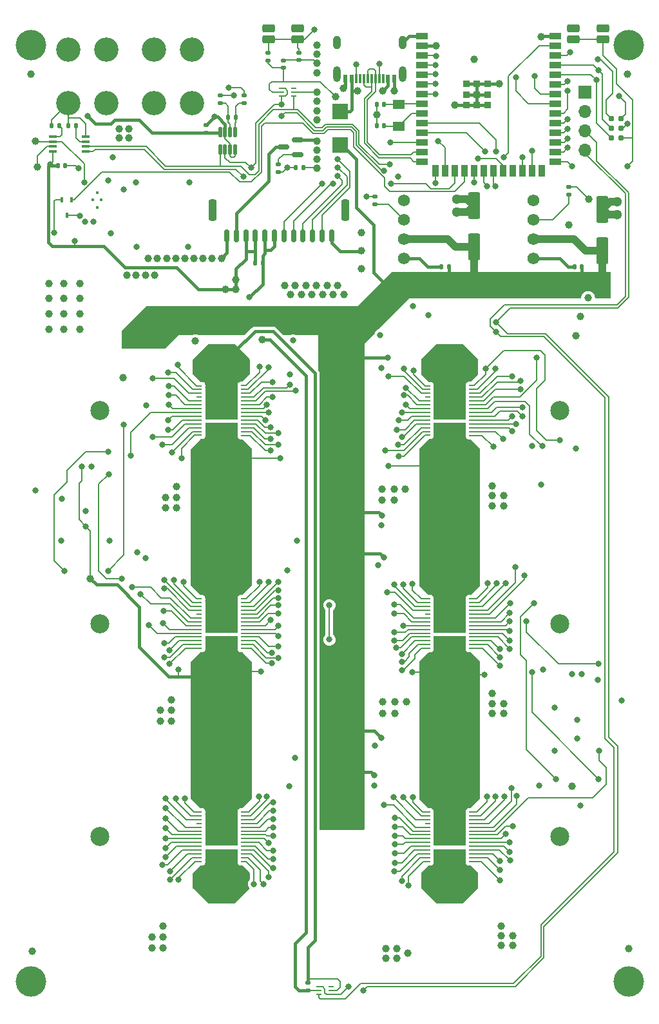
<source format=gbr>
%TF.GenerationSoftware,KiCad,Pcbnew,7.0.6-0*%
%TF.CreationDate,2023-10-22T16:37:52-04:00*%
%TF.ProjectId,bitaxeUltraHex,62697461-7865-4556-9c74-72614865782e,0.9*%
%TF.SameCoordinates,Original*%
%TF.FileFunction,Copper,L1,Top*%
%TF.FilePolarity,Positive*%
%FSLAX46Y46*%
G04 Gerber Fmt 4.6, Leading zero omitted, Abs format (unit mm)*
G04 Created by KiCad (PCBNEW 7.0.6-0) date 2023-10-22 16:37:52*
%MOMM*%
%LPD*%
G01*
G04 APERTURE LIST*
G04 Aperture macros list*
%AMRoundRect*
0 Rectangle with rounded corners*
0 $1 Rounding radius*
0 $2 $3 $4 $5 $6 $7 $8 $9 X,Y pos of 4 corners*
0 Add a 4 corners polygon primitive as box body*
4,1,4,$2,$3,$4,$5,$6,$7,$8,$9,$2,$3,0*
0 Add four circle primitives for the rounded corners*
1,1,$1+$1,$2,$3*
1,1,$1+$1,$4,$5*
1,1,$1+$1,$6,$7*
1,1,$1+$1,$8,$9*
0 Add four rect primitives between the rounded corners*
20,1,$1+$1,$2,$3,$4,$5,0*
20,1,$1+$1,$4,$5,$6,$7,0*
20,1,$1+$1,$6,$7,$8,$9,0*
20,1,$1+$1,$8,$9,$2,$3,0*%
G04 Aperture macros list end*
%TA.AperFunction,ComponentPad*%
%ADD10C,2.500000*%
%TD*%
%TA.AperFunction,ComponentPad*%
%ADD11C,4.000000*%
%TD*%
%TA.AperFunction,SMDPad,CuDef*%
%ADD12R,0.792000X0.221000*%
%TD*%
%TA.AperFunction,SMDPad,CuDef*%
%ADD13R,4.277000X1.810000*%
%TD*%
%TA.AperFunction,SMDPad,CuDef*%
%ADD14R,4.277000X4.530000*%
%TD*%
%TA.AperFunction,SMDPad,CuDef*%
%ADD15RoundRect,0.120000X-0.120000X0.542500X-0.120000X-0.542500X0.120000X-0.542500X0.120000X0.542500X0*%
%TD*%
%TA.AperFunction,ConnectorPad*%
%ADD16C,0.787400*%
%TD*%
%TA.AperFunction,SMDPad,CuDef*%
%ADD17RoundRect,0.140000X0.140000X0.170000X-0.140000X0.170000X-0.140000X-0.170000X0.140000X-0.170000X0*%
%TD*%
%TA.AperFunction,SMDPad,CuDef*%
%ADD18RoundRect,0.135000X0.185000X-0.135000X0.185000X0.135000X-0.185000X0.135000X-0.185000X-0.135000X0*%
%TD*%
%TA.AperFunction,SMDPad,CuDef*%
%ADD19RoundRect,0.140000X0.170000X-0.140000X0.170000X0.140000X-0.170000X0.140000X-0.170000X-0.140000X0*%
%TD*%
%TA.AperFunction,ComponentPad*%
%ADD20C,3.200000*%
%TD*%
%TA.AperFunction,SMDPad,CuDef*%
%ADD21R,1.600200X1.168400*%
%TD*%
%TA.AperFunction,SMDPad,CuDef*%
%ADD22R,1.100000X0.400000*%
%TD*%
%TA.AperFunction,SMDPad,CuDef*%
%ADD23RoundRect,0.140000X-0.140000X-0.170000X0.140000X-0.170000X0.140000X0.170000X-0.140000X0.170000X0*%
%TD*%
%TA.AperFunction,ComponentPad*%
%ADD24C,1.574800*%
%TD*%
%TA.AperFunction,SMDPad,CuDef*%
%ADD25C,1.000000*%
%TD*%
%TA.AperFunction,SMDPad,CuDef*%
%ADD26RoundRect,0.150000X0.587500X0.150000X-0.587500X0.150000X-0.587500X-0.150000X0.587500X-0.150000X0*%
%TD*%
%TA.AperFunction,ComponentPad*%
%ADD27C,0.800000*%
%TD*%
%TA.AperFunction,SMDPad,CuDef*%
%ADD28RoundRect,0.262500X-0.562500X-0.262500X0.562500X-0.262500X0.562500X0.262500X-0.562500X0.262500X0*%
%TD*%
%TA.AperFunction,SMDPad,CuDef*%
%ADD29RoundRect,0.135000X0.135000X0.185000X-0.135000X0.185000X-0.135000X-0.185000X0.135000X-0.185000X0*%
%TD*%
%TA.AperFunction,SMDPad,CuDef*%
%ADD30RoundRect,0.250000X0.550000X-1.500000X0.550000X1.500000X-0.550000X1.500000X-0.550000X-1.500000X0*%
%TD*%
%TA.AperFunction,SMDPad,CuDef*%
%ADD31RoundRect,0.135000X-0.185000X0.135000X-0.185000X-0.135000X0.185000X-0.135000X0.185000X0.135000X0*%
%TD*%
%TA.AperFunction,SMDPad,CuDef*%
%ADD32R,0.450000X0.700000*%
%TD*%
%TA.AperFunction,SMDPad,CuDef*%
%ADD33R,0.711200X0.228600*%
%TD*%
%TA.AperFunction,ComponentPad*%
%ADD34R,1.700000X1.700000*%
%TD*%
%TA.AperFunction,ComponentPad*%
%ADD35O,1.700000X1.700000*%
%TD*%
%TA.AperFunction,SMDPad,CuDef*%
%ADD36R,1.500000X0.900000*%
%TD*%
%TA.AperFunction,SMDPad,CuDef*%
%ADD37R,0.900000X1.500000*%
%TD*%
%TA.AperFunction,SMDPad,CuDef*%
%ADD38R,0.900000X0.900000*%
%TD*%
%TA.AperFunction,SMDPad,CuDef*%
%ADD39RoundRect,0.150000X-0.150000X-0.700000X0.150000X-0.700000X0.150000X0.700000X-0.150000X0.700000X0*%
%TD*%
%TA.AperFunction,SMDPad,CuDef*%
%ADD40RoundRect,0.250000X-0.250000X-1.150000X0.250000X-1.150000X0.250000X1.150000X-0.250000X1.150000X0*%
%TD*%
%TA.AperFunction,SMDPad,CuDef*%
%ADD41RoundRect,0.140000X-0.170000X0.140000X-0.170000X-0.140000X0.170000X-0.140000X0.170000X0.140000X0*%
%TD*%
%TA.AperFunction,SMDPad,CuDef*%
%ADD42R,0.600000X1.060000*%
%TD*%
%TA.AperFunction,SMDPad,CuDef*%
%ADD43R,0.300000X1.150000*%
%TD*%
%TA.AperFunction,ComponentPad*%
%ADD44O,1.000000X2.100000*%
%TD*%
%TA.AperFunction,ComponentPad*%
%ADD45O,1.000000X1.800000*%
%TD*%
%TA.AperFunction,SMDPad,CuDef*%
%ADD46R,2.000000X2.000000*%
%TD*%
%TA.AperFunction,ComponentPad*%
%ADD47C,0.400000*%
%TD*%
%TA.AperFunction,ViaPad*%
%ADD48C,1.000000*%
%TD*%
%TA.AperFunction,ViaPad*%
%ADD49C,1.300000*%
%TD*%
%TA.AperFunction,ViaPad*%
%ADD50C,0.800000*%
%TD*%
%TA.AperFunction,Conductor*%
%ADD51C,0.200000*%
%TD*%
%TA.AperFunction,Conductor*%
%ADD52C,0.400000*%
%TD*%
%TA.AperFunction,Conductor*%
%ADD53C,1.000000*%
%TD*%
G04 APERTURE END LIST*
D10*
%TO.P,H10,*%
%TO.N,*%
X122500000Y-153000000D03*
%TD*%
%TO.P,H9,*%
%TO.N,*%
X62000000Y-153000000D03*
%TD*%
%TO.P,H8,*%
%TO.N,*%
X122500000Y-125000000D03*
%TD*%
%TO.P,H7,*%
%TO.N,*%
X62000000Y-125000000D03*
%TD*%
%TO.P,H6,*%
%TO.N,*%
X122500000Y-97000000D03*
%TD*%
%TO.P,H5,*%
%TO.N,*%
X62000000Y-97000000D03*
%TD*%
D11*
%TO.P,H4,*%
%TO.N,*%
X131500000Y-172000000D03*
%TD*%
%TO.P,H3,*%
%TO.N,*%
X53000000Y-172000000D03*
%TD*%
%TO.P,H2,*%
%TO.N,*%
X131500000Y-49020000D03*
%TD*%
%TO.P,H1,*%
%TO.N,*%
X52970000Y-49020000D03*
%TD*%
D12*
%TO.P,U19,1,VDD1_0*%
%TO.N,Net-(U19-VDD1_0)*%
X110916000Y-128263000D03*
%TO.P,U19,2,VDD2_0*%
%TO.N,Net-(U19-VDD2_0)*%
X110916000Y-127761000D03*
%TO.P,U19,3,VDD3_0*%
%TO.N,Net-(U19-VDD3_0)*%
X110916000Y-127259000D03*
%TO.P,U19,4,VDD4_0*%
%TO.N,Net-(U19-VDD4_0)*%
X110916000Y-126757000D03*
%TO.P,U19,5,CO*%
%TO.N,Net-(U19-CO)*%
X110916000Y-126255000D03*
%TO.P,U19,6,CLKO*%
%TO.N,Net-(U19-CLKO)*%
X110916000Y-125753000D03*
%TO.P,U19,7,RI*%
%TO.N,/BM1366-2/RI*%
X110916000Y-125251000D03*
%TO.P,U19,8,BO*%
%TO.N,Net-(U19-BO)*%
X110916000Y-124749000D03*
%TO.P,U19,9,NRSTO*%
%TO.N,Net-(U19-NRSTO)*%
X110916000Y-124247000D03*
%TO.P,U19,10,TEMP_P*%
%TO.N,/BM1366-2/TEMP_P1_2*%
X110916000Y-123745000D03*
%TO.P,U19,11,TEMP_N*%
%TO.N,/BM1366-2/TEMP_N1_2*%
X110916000Y-123243000D03*
%TO.P,U19,12,MODEO*%
%TO.N,Net-(U19-MODEO)*%
X110916000Y-122741000D03*
%TO.P,U19,13,VDDIO_08_0*%
%TO.N,/BM1366-2/0V8*%
X110916000Y-122239000D03*
%TO.P,U19,14,VDDIO_18_0*%
%TO.N,/BM1366-2/1V2*%
X110916000Y-121737000D03*
%TO.P,U19,15,VDDIO_18_1*%
X105084000Y-121750000D03*
%TO.P,U19,16,VDDIO_08_1*%
%TO.N,/BM1366-2/0V8*%
X105084000Y-122250000D03*
%TO.P,U19,17,MODE_1*%
%TO.N,Net-(U19-MODE_1)*%
X105084000Y-122750000D03*
%TO.P,U19,18,MODE_0*%
%TO.N,Net-(U19-MODE_0)*%
X105084000Y-123250000D03*
%TO.P,U19,19,NC*%
%TO.N,unconnected-(U19-NC-Pad19)*%
X105084000Y-123750000D03*
%TO.P,U19,20,NRSTI*%
%TO.N,Net-(U19-NRSTI)*%
X105084000Y-124247000D03*
%TO.P,U19,21,BI*%
%TO.N,Net-(U19-BI)*%
X105084000Y-124750000D03*
%TO.P,U19,22,RO*%
%TO.N,Net-(U19-RO)*%
X105084000Y-125251000D03*
%TO.P,U19,23,CLKI*%
%TO.N,Net-(U19-CLKI)*%
X105084000Y-125753000D03*
%TO.P,U19,24,CI*%
%TO.N,Net-(U19-CI)*%
X105084000Y-126255000D03*
%TO.P,U19,25,VDD4_1*%
%TO.N,Net-(U19-VDD4_1)*%
X105084000Y-126757000D03*
%TO.P,U19,26,VDD3_1*%
%TO.N,Net-(U19-VDD3_1)*%
X105084000Y-127250000D03*
%TO.P,U19,27,VDD2_1*%
%TO.N,Net-(U19-VDD2_1)*%
X105084000Y-127761000D03*
%TO.P,U19,28,VDD1_1*%
%TO.N,Net-(U19-VDD1_1)*%
X105084000Y-128250000D03*
D13*
%TO.P,U19,29,VDD*%
%TO.N,/BM1366-2/VDD2*%
X108000000Y-127468000D03*
D14*
%TO.P,U19,30,GND*%
%TO.N,/BM1366-1/VDD1*%
X108000000Y-123892000D03*
%TD*%
D15*
%TO.P,U3,1,IN+*%
%TO.N,Net-(U3-IN+)*%
X79775000Y-60462500D03*
%TO.P,U3,2,IN-*%
%TO.N,Net-(U3-IN-)*%
X79125000Y-60462500D03*
%TO.P,U3,3,GND*%
%TO.N,GND*%
X78475000Y-60462500D03*
%TO.P,U3,4,VS*%
%TO.N,/3V3*%
X77825000Y-60462500D03*
%TO.P,U3,5,SCL*%
%TO.N,/SCL*%
X77825000Y-62737500D03*
%TO.P,U3,6,SDA*%
%TO.N,/SDA*%
X78475000Y-62737500D03*
%TO.P,U3,7,A0*%
%TO.N,GND*%
X79125000Y-62737500D03*
%TO.P,U3,8,A1*%
X79775000Y-62737500D03*
%TD*%
D16*
%TO.P,J3,1,Pin_1*%
%TO.N,/ESP32/EN*%
X129265000Y-58630000D03*
%TO.P,J3,2,Pin_2*%
%TO.N,/3V3*%
X130535000Y-58630000D03*
%TO.P,J3,3,Pin_3*%
%TO.N,/ESP32/P_TX*%
X129265000Y-59900000D03*
%TO.P,J3,4,Pin_4*%
%TO.N,GND*%
X130535000Y-59900000D03*
%TO.P,J3,5,Pin_5*%
%TO.N,/ESP32/P_RX*%
X129265000Y-61170000D03*
%TO.P,J3,6,Pin_6*%
%TO.N,/ESP32/IO0*%
X130535000Y-61170000D03*
%TD*%
D17*
%TO.P,C37,1*%
%TO.N,/5V*%
X125380000Y-78100000D03*
%TO.P,C37,2*%
%TO.N,GND*%
X124420000Y-78100000D03*
%TD*%
D12*
%TO.P,U22,1,VDD1_0*%
%TO.N,Net-(U19-VDD1_1)*%
X80916000Y-128263000D03*
%TO.P,U22,2,VDD2_0*%
%TO.N,Net-(U19-VDD2_1)*%
X80916000Y-127761000D03*
%TO.P,U22,3,VDD3_0*%
%TO.N,Net-(U19-VDD3_1)*%
X80916000Y-127259000D03*
%TO.P,U22,4,VDD4_0*%
%TO.N,Net-(U19-VDD4_1)*%
X80916000Y-126757000D03*
%TO.P,U22,5,CO*%
%TO.N,Net-(U22-CO)*%
X80916000Y-126255000D03*
%TO.P,U22,6,CLKO*%
%TO.N,Net-(U22-CLKO)*%
X80916000Y-125753000D03*
%TO.P,U22,7,RI*%
%TO.N,Net-(U22-RI)*%
X80916000Y-125251000D03*
%TO.P,U22,8,BO*%
%TO.N,Net-(U22-BO)*%
X80916000Y-124749000D03*
%TO.P,U22,9,NRSTO*%
%TO.N,Net-(U22-NRSTO)*%
X80916000Y-124247000D03*
%TO.P,U22,10,TEMP_P*%
%TO.N,/BM1366-2/TEMP_P2_2*%
X80916000Y-123745000D03*
%TO.P,U22,11,TEMP_N*%
%TO.N,/BM1366-2/TEMP_N2_2*%
X80916000Y-123243000D03*
%TO.P,U22,12,MODEO*%
%TO.N,Net-(U19-MODE_1)*%
X80916000Y-122741000D03*
%TO.P,U22,13,VDDIO_08_0*%
%TO.N,/BM1366-2/0V8*%
X80916000Y-122239000D03*
%TO.P,U22,14,VDDIO_18_0*%
%TO.N,/BM1366-2/1V2*%
X80916000Y-121737000D03*
%TO.P,U22,15,VDDIO_18_1*%
X75084000Y-121750000D03*
%TO.P,U22,16,VDDIO_08_1*%
%TO.N,/BM1366-2/0V8*%
X75084000Y-122250000D03*
%TO.P,U22,17,MODE_1*%
%TO.N,Net-(U22-MODE_1)*%
X75084000Y-122750000D03*
%TO.P,U22,18,MODE_0*%
%TO.N,Net-(U22-MODE_0)*%
X75084000Y-123250000D03*
%TO.P,U22,19,NC*%
%TO.N,unconnected-(U22-NC-Pad19)*%
X75084000Y-123750000D03*
%TO.P,U22,20,NRSTI*%
%TO.N,/BM1366-2/NRSTI2*%
X75084000Y-124247000D03*
%TO.P,U22,21,BI*%
%TO.N,/BM1366-2/BI2*%
X75084000Y-124750000D03*
%TO.P,U22,22,RO*%
%TO.N,Net-(U22-RO)*%
X75084000Y-125251000D03*
%TO.P,U22,23,CLKI*%
%TO.N,/BM1366-2/CLKI1*%
X75084000Y-125753000D03*
%TO.P,U22,24,CI*%
%TO.N,/BM1366-2/CI2*%
X75084000Y-126255000D03*
%TO.P,U22,25,VDD4_1*%
%TO.N,Net-(U22-VDD4_1)*%
X75084000Y-126757000D03*
%TO.P,U22,26,VDD3_1*%
%TO.N,Net-(U22-VDD3_1)*%
X75084000Y-127250000D03*
%TO.P,U22,27,VDD2_1*%
%TO.N,Net-(U22-VDD2_1)*%
X75084000Y-127761000D03*
%TO.P,U22,28,VDD1_1*%
%TO.N,Net-(U22-VDD1_1)*%
X75084000Y-128250000D03*
D13*
%TO.P,U22,29,VDD*%
%TO.N,/BM1366-2/VDD2*%
X78000000Y-127468000D03*
D14*
%TO.P,U22,30,GND*%
%TO.N,/BM1366-1/VDD1*%
X78000000Y-123892000D03*
%TD*%
D18*
%TO.P,R13,1*%
%TO.N,/3V3*%
X84100000Y-51010000D03*
%TO.P,R13,2*%
%TO.N,/ESP32/EN*%
X84100000Y-49990000D03*
%TD*%
D19*
%TO.P,C32,1*%
%TO.N,/3V3*%
X86200000Y-51980000D03*
%TO.P,C32,2*%
%TO.N,GND*%
X86200000Y-51020000D03*
%TD*%
D20*
%TO.P,J2,1,Pin_1*%
%TO.N,GND*%
X62900000Y-56586000D03*
X62900000Y-49586000D03*
X57900000Y-56586000D03*
X57900000Y-49586000D03*
%TD*%
%TO.P,J1,1,Pin_1*%
%TO.N,/Power/VIN*%
X74128000Y-56586000D03*
X74128000Y-49586000D03*
X69128000Y-56586000D03*
X69128000Y-49586000D03*
%TD*%
D21*
%TO.P,Y1,1,1*%
%TO.N,/ESP32/XIN32*%
X101300000Y-56777600D03*
%TO.P,Y1,2,2*%
%TO.N,/ESP32/XOUT32*%
X101300000Y-59622400D03*
%TD*%
D22*
%TO.P,U6,1,SDA*%
%TO.N,/SDA*%
X60150000Y-62975000D03*
%TO.P,U6,2,SCL*%
%TO.N,/SCL*%
X60150000Y-62325000D03*
%TO.P,U6,3,FS1*%
%TO.N,Net-(U6-FS1)*%
X60150000Y-61675000D03*
%TO.P,U6,4,GND*%
%TO.N,GND*%
X60150000Y-61025000D03*
%TO.P,U6,5,FS0*%
%TO.N,Net-(U6-FS0)*%
X55850000Y-61025000D03*
%TO.P,U6,6,OUT0*%
%TO.N,/Power/OUT0*%
X55850000Y-61675000D03*
%TO.P,U6,7,OUT1*%
%TO.N,/Power/OUT1*%
X55850000Y-62325000D03*
%TO.P,U6,8,VCC*%
%TO.N,/3V3*%
X55850000Y-62975000D03*
%TD*%
D23*
%TO.P,C28,1*%
%TO.N,/3V3*%
X82470000Y-77600000D03*
%TO.P,C28,2*%
%TO.N,GND*%
X83430000Y-77600000D03*
%TD*%
D24*
%TO.P,J6,1,Pin_1*%
%TO.N,GND*%
X119000000Y-77000000D03*
%TO.P,J6,2,Pin_2*%
%TO.N,/5V*%
X119000000Y-74460000D03*
%TO.P,J6,3,Pin_3*%
%TO.N,/Fan/FAN2_TACH*%
X119000000Y-71920000D03*
%TO.P,J6,4,Pin_4*%
%TO.N,/Fan/FAN2_PWM*%
X119000000Y-69380000D03*
%TD*%
D18*
%TO.P,R21,1*%
%TO.N,/Fan/FAN2_TACH*%
X123700000Y-68610000D03*
%TO.P,R21,2*%
%TO.N,/3V3*%
X123700000Y-67590000D03*
%TD*%
D25*
%TO.P,FID3,*%
%TO.N,*%
X52970000Y-52800000D03*
%TD*%
D26*
%TO.P,Q5,1,G*%
%TO.N,Net-(Q5-G)*%
X88000000Y-63350000D03*
%TO.P,Q5,2,S*%
%TO.N,GND*%
X88000000Y-61450000D03*
%TO.P,Q5,3,D*%
%TO.N,Net-(J8-Pin_2)*%
X86125000Y-62400000D03*
%TD*%
D17*
%TO.P,C4,1*%
%TO.N,Net-(U3-IN+)*%
X79880000Y-58500000D03*
%TO.P,C4,2*%
%TO.N,Net-(U3-IN-)*%
X78920000Y-58500000D03*
%TD*%
D27*
%TO.P,SW2,1*%
%TO.N,GND*%
X124175000Y-46700000D03*
D28*
X124275000Y-46775000D03*
X128125000Y-46775000D03*
D27*
X128225000Y-46700000D03*
D28*
%TO.P,SW2,2*%
%TO.N,/ESP32/IO0*%
X124275000Y-48225000D03*
X128125000Y-48225000D03*
%TD*%
D17*
%TO.P,C29,1*%
%TO.N,/ESP32/XIN32*%
X99380000Y-56800000D03*
%TO.P,C29,2*%
%TO.N,GND*%
X98420000Y-56800000D03*
%TD*%
D12*
%TO.P,U27,1,VDD1_0*%
%TO.N,Net-(U24-VDD1_1)*%
X80916000Y-156263000D03*
%TO.P,U27,2,VDD2_0*%
%TO.N,Net-(U24-VDD2_1)*%
X80916000Y-155761000D03*
%TO.P,U27,3,VDD3_0*%
%TO.N,Net-(U24-VDD3_1)*%
X80916000Y-155259000D03*
%TO.P,U27,4,VDD4_0*%
%TO.N,Net-(C123-Pad2)*%
X80916000Y-154757000D03*
%TO.P,U27,5,NRSTI*%
%TO.N,Net-(U27-NRSTI)*%
X80916000Y-154255000D03*
%TO.P,U27,6,BI*%
%TO.N,Net-(U27-BI)*%
X80916000Y-153753000D03*
%TO.P,U27,7,RO*%
%TO.N,Net-(U27-RO)*%
X80916000Y-153251000D03*
%TO.P,U27,8,CLKI*%
%TO.N,Net-(U27-CLKI)*%
X80916000Y-152749000D03*
%TO.P,U27,9,CI*%
%TO.N,Net-(U27-CI)*%
X80916000Y-152247000D03*
%TO.P,U27,10,TEMP_P*%
%TO.N,/BM1366-3/TEMP_P2_3*%
X80916000Y-151745000D03*
%TO.P,U27,11,TEMP_N*%
%TO.N,/BM1366-3/TEMP_N2_3*%
X80916000Y-151243000D03*
%TO.P,U27,12,MODEO*%
%TO.N,Net-(U24-MODE_1)*%
X80916000Y-150741000D03*
%TO.P,U27,13,VDDIO_08_0*%
%TO.N,/BM1366-3/0V8*%
X80916000Y-150239000D03*
%TO.P,U27,14,VDDIO_18_0*%
%TO.N,/BM1366-3/1V2*%
X80916000Y-149737000D03*
%TO.P,U27,15,VDDIO_18_1*%
X75084000Y-149750000D03*
%TO.P,U27,16,VDDIO_08_1*%
%TO.N,/BM1366-3/0V8*%
X75084000Y-150250000D03*
%TO.P,U27,17,MODE_1*%
%TO.N,Net-(U27-MODE_1)*%
X75084000Y-150750000D03*
%TO.P,U27,18,MODE_0*%
%TO.N,unconnected-(U27-MODE_0-Pad18)*%
X75084000Y-151250000D03*
%TO.P,U27,19,NC*%
%TO.N,Net-(U27-NC)*%
X75084000Y-151750000D03*
%TO.P,U27,20,CO*%
%TO.N,/BM1366-3/CO3*%
X75084000Y-152247000D03*
%TO.P,U27,21,CLKO*%
%TO.N,/BM1366-3/CLKO3*%
X75084000Y-152750000D03*
%TO.P,U27,22,RI*%
%TO.N,/BM1366-3/RI3*%
X75084000Y-153251000D03*
%TO.P,U27,23,BO*%
%TO.N,/BM1366-3/BO3*%
X75084000Y-153753000D03*
%TO.P,U27,24,NRSTO*%
%TO.N,/BM1366-3/NRSTO3*%
X75084000Y-154255000D03*
%TO.P,U27,25,VDD4_0*%
%TO.N,Net-(C139-Pad2)*%
X75084000Y-154757000D03*
%TO.P,U27,26,VDD3_1*%
%TO.N,Net-(U27-VDD3_1)*%
X75084000Y-155250000D03*
%TO.P,U27,27,VDD2_1*%
%TO.N,Net-(U27-VDD2_1)*%
X75084000Y-155761000D03*
%TO.P,U27,28,VDD1_1*%
%TO.N,Net-(U27-VDD1_1)*%
X75084000Y-156250000D03*
D13*
%TO.P,U27,29,VDD*%
%TO.N,/VDD*%
X78000000Y-155468000D03*
D14*
%TO.P,U27,30,GND*%
%TO.N,/BM1366-2/VDD2*%
X78000000Y-151892000D03*
%TD*%
D29*
%TO.P,R16,1*%
%TO.N,GND*%
X88810000Y-65100000D03*
%TO.P,R16,2*%
%TO.N,/ESP32/TFT_BLK*%
X87790000Y-65100000D03*
%TD*%
D24*
%TO.P,J5,1,Pin_1*%
%TO.N,GND*%
X102000000Y-77000000D03*
%TO.P,J5,2,Pin_2*%
%TO.N,/5V*%
X102000000Y-74460000D03*
%TO.P,J5,3,Pin_3*%
%TO.N,/Fan/FAN1_TACH*%
X102000000Y-71920000D03*
%TO.P,J5,4,Pin_4*%
%TO.N,/Fan/FAN1_PWM*%
X102000000Y-69380000D03*
%TD*%
D30*
%TO.P,C34,1*%
%TO.N,/5V*%
X111200000Y-75500000D03*
%TO.P,C34,2*%
%TO.N,GND*%
X111200000Y-70100000D03*
%TD*%
D27*
%TO.P,SW1,1*%
%TO.N,GND*%
X84075000Y-46700000D03*
D28*
X84175000Y-46775000D03*
X88025000Y-46775000D03*
D27*
X88125000Y-46700000D03*
D28*
%TO.P,SW1,2*%
%TO.N,/ESP32/EN*%
X84175000Y-48225000D03*
X88025000Y-48225000D03*
%TD*%
D19*
%TO.P,C33,1*%
%TO.N,/3V3*%
X89400000Y-173180000D03*
%TO.P,C33,2*%
%TO.N,GND*%
X89400000Y-172220000D03*
%TD*%
D12*
%TO.P,U24,1,VDD1_0*%
%TO.N,Net-(U24-VDD1_0)*%
X110916000Y-156263000D03*
%TO.P,U24,2,VDD2_0*%
%TO.N,Net-(U24-VDD2_0)*%
X110916000Y-155761000D03*
%TO.P,U24,3,VDD3_0*%
%TO.N,Net-(U24-VDD3_0)*%
X110916000Y-155259000D03*
%TO.P,U24,4,VDD4_0*%
%TO.N,Net-(C106-Pad1)*%
X110916000Y-154757000D03*
%TO.P,U24,5,NRSTI*%
%TO.N,/BM1366-3/NRSTI3*%
X110916000Y-154255000D03*
%TO.P,U24,6,BI*%
%TO.N,/BM1366-3/BI3*%
X110916000Y-153753000D03*
%TO.P,U24,7,RO*%
%TO.N,Net-(U24-RO)*%
X110916000Y-153251000D03*
%TO.P,U24,8,CLKI*%
%TO.N,/BM1366-3/CLKI1*%
X110916000Y-152749000D03*
%TO.P,U24,9,CI*%
%TO.N,/BM1366-3/CI3*%
X110916000Y-152247000D03*
%TO.P,U24,10,TEMP_P*%
%TO.N,/BM1366-3/TEMP_P1_3*%
X110916000Y-151745000D03*
%TO.P,U24,11,TEMP_N*%
%TO.N,/BM1366-3/TEMP_N1_3*%
X110916000Y-151243000D03*
%TO.P,U24,12,MODEO*%
%TO.N,Net-(U24-MODEO)*%
X110916000Y-150741000D03*
%TO.P,U24,13,VDDIO_08_0*%
%TO.N,/BM1366-3/0V8*%
X110916000Y-150239000D03*
%TO.P,U24,14,VDDIO_18_0*%
%TO.N,/BM1366-3/1V2*%
X110916000Y-149737000D03*
%TO.P,U24,15,VDDIO_18_1*%
X105084000Y-149750000D03*
%TO.P,U24,16,VDDIO_08_1*%
%TO.N,/BM1366-3/0V8*%
X105084000Y-150250000D03*
%TO.P,U24,17,MODE_1*%
%TO.N,Net-(U24-MODE_1)*%
X105084000Y-150750000D03*
%TO.P,U24,18,MODE_0*%
%TO.N,unconnected-(U24-MODE_0-Pad18)*%
X105084000Y-151250000D03*
%TO.P,U24,19,NC*%
%TO.N,Net-(U24-NC)*%
X105084000Y-151750000D03*
%TO.P,U24,20,CO*%
%TO.N,Net-(U24-CO)*%
X105084000Y-152247000D03*
%TO.P,U24,21,CLKO*%
%TO.N,Net-(U24-CLKO)*%
X105084000Y-152750000D03*
%TO.P,U24,22,RI*%
%TO.N,Net-(U24-RI)*%
X105084000Y-153251000D03*
%TO.P,U24,23,BO*%
%TO.N,Net-(U24-BO)*%
X105084000Y-153753000D03*
%TO.P,U24,24,NRSTO*%
%TO.N,Net-(U24-NRSTO)*%
X105084000Y-154255000D03*
%TO.P,U24,25,VDD4_0*%
%TO.N,Net-(C123-Pad2)*%
X105084000Y-154757000D03*
%TO.P,U24,26,VDD3_1*%
%TO.N,Net-(U24-VDD3_1)*%
X105084000Y-155250000D03*
%TO.P,U24,27,VDD2_1*%
%TO.N,Net-(U24-VDD2_1)*%
X105084000Y-155761000D03*
%TO.P,U24,28,VDD1_1*%
%TO.N,Net-(U24-VDD1_1)*%
X105084000Y-156250000D03*
D13*
%TO.P,U24,29,VDD*%
%TO.N,/VDD*%
X108000000Y-155468000D03*
D14*
%TO.P,U24,30,GND*%
%TO.N,/BM1366-2/VDD2*%
X108000000Y-151892000D03*
%TD*%
D23*
%TO.P,C18,1*%
%TO.N,/3V3*%
X56520000Y-64800000D03*
%TO.P,C18,2*%
%TO.N,GND*%
X57480000Y-64800000D03*
%TD*%
D31*
%TO.P,R3,1*%
%TO.N,/Power/VIN_M*%
X77900000Y-55590000D03*
%TO.P,R3,2*%
%TO.N,Net-(U3-IN-)*%
X77900000Y-56610000D03*
%TD*%
D32*
%TO.P,Q6,1,G*%
%TO.N,/ESP32/PWR_EN*%
X58320000Y-69320000D03*
%TO.P,Q6,2,S*%
%TO.N,GND*%
X57020000Y-69320000D03*
%TO.P,Q6,3,D*%
%TO.N,Net-(Q6-D)*%
X57670000Y-71320000D03*
%TD*%
D25*
%TO.P,FID1,*%
%TO.N,*%
X131410000Y-52800000D03*
%TD*%
%TO.P,TP6,1,1*%
%TO.N,/Power/OUT0*%
X53600000Y-61600000D03*
%TD*%
%TO.P,TP7,1,1*%
%TO.N,/Power/OUT1*%
X53800000Y-65000000D03*
%TD*%
D17*
%TO.P,C30,1*%
%TO.N,/ESP32/XOUT32*%
X99380000Y-59600000D03*
%TO.P,C30,2*%
%TO.N,GND*%
X98420000Y-59600000D03*
%TD*%
D18*
%TO.P,R15,1*%
%TO.N,/ESP32/TFT_BLK*%
X85500000Y-65710000D03*
%TO.P,R15,2*%
%TO.N,Net-(Q5-G)*%
X85500000Y-64690000D03*
%TD*%
D29*
%TO.P,R11,1*%
%TO.N,Net-(U6-FS0)*%
X56710000Y-59600000D03*
%TO.P,R11,2*%
%TO.N,GND*%
X55690000Y-59600000D03*
%TD*%
D25*
%TO.P,FID7,*%
%TO.N,*%
X53100000Y-168060000D03*
%TD*%
D19*
%TO.P,C11,1*%
%TO.N,/3V3*%
X76000000Y-60480000D03*
%TO.P,C11,2*%
%TO.N,GND*%
X76000000Y-59520000D03*
%TD*%
D33*
%TO.P,U10,1,SCL*%
%TO.N,/SCL*%
X87500100Y-55699999D03*
%TO.P,U10,2,GND*%
%TO.N,GND*%
X87500100Y-55200000D03*
%TO.P,U10,3,ALERT*%
%TO.N,unconnected-(U10-ALERT-Pad3)*%
X87500100Y-54700001D03*
%TO.P,U10,4,A0*%
%TO.N,/SDA*%
X85899900Y-54700001D03*
%TO.P,U10,5,V+*%
%TO.N,/3V3*%
X85899900Y-55200000D03*
%TO.P,U10,6,SDA*%
%TO.N,/SDA*%
X85899900Y-55699999D03*
%TD*%
D17*
%TO.P,C36,1*%
%TO.N,/5V*%
X107880000Y-78100000D03*
%TO.P,C36,2*%
%TO.N,GND*%
X106920000Y-78100000D03*
%TD*%
D12*
%TO.P,U16,1,VDD1_0*%
%TO.N,Net-(U13-VDD1_1)*%
X80916000Y-100263000D03*
%TO.P,U16,2,VDD2_0*%
%TO.N,Net-(U13-VDD2_1)*%
X80916000Y-99761000D03*
%TO.P,U16,3,VDD3_0*%
%TO.N,Net-(U13-VDD3_1)*%
X80916000Y-99259000D03*
%TO.P,U16,4,VDD4_0*%
%TO.N,Net-(C53-Pad2)*%
X80916000Y-98757000D03*
%TO.P,U16,5,NRSTI*%
%TO.N,Net-(U16-NRSTI)*%
X80916000Y-98255000D03*
%TO.P,U16,6,BI*%
%TO.N,Net-(U16-BI)*%
X80916000Y-97753000D03*
%TO.P,U16,7,RO*%
%TO.N,Net-(U16-RO)*%
X80916000Y-97251000D03*
%TO.P,U16,8,CLKI*%
%TO.N,Net-(U16-CLKI)*%
X80916000Y-96749000D03*
%TO.P,U16,9,CI*%
%TO.N,Net-(U16-CI)*%
X80916000Y-96247000D03*
%TO.P,U16,10,TEMP_P*%
%TO.N,/BM1366-1/TEMP_P2_1*%
X80916000Y-95745000D03*
%TO.P,U16,11,TEMP_N*%
%TO.N,/BM1366-1/TEMP_N2_1*%
X80916000Y-95243000D03*
%TO.P,U16,12,MODEO*%
%TO.N,Net-(U13-MODE_1)*%
X80916000Y-94741000D03*
%TO.P,U16,13,VDDIO_08_0*%
%TO.N,/BM1366-1/0V8*%
X80916000Y-94239000D03*
%TO.P,U16,14,VDDIO_18_0*%
%TO.N,/BM1366-1/1V2*%
X80916000Y-93737000D03*
%TO.P,U16,15,VDDIO_18_1*%
X75084000Y-93750000D03*
%TO.P,U16,16,VDDIO_08_1*%
%TO.N,/BM1366-1/0V8*%
X75084000Y-94250000D03*
%TO.P,U16,17,MODE_1*%
%TO.N,Net-(U16-MODE_1)*%
X75084000Y-94750000D03*
%TO.P,U16,18,MODE_0*%
%TO.N,unconnected-(U16-MODE_0-Pad18)*%
X75084000Y-95250000D03*
%TO.P,U16,19,NC*%
%TO.N,Net-(U16-NC)*%
X75084000Y-95750000D03*
%TO.P,U16,20,CO*%
%TO.N,Net-(U16-CO)*%
X75084000Y-96247000D03*
%TO.P,U16,21,CLKO*%
%TO.N,Net-(U16-CLKO)*%
X75084000Y-96750000D03*
%TO.P,U16,22,RI*%
%TO.N,/BM1366-1/RI*%
X75084000Y-97251000D03*
%TO.P,U16,23,BO*%
%TO.N,Net-(U16-BO)*%
X75084000Y-97753000D03*
%TO.P,U16,24,NRSTO*%
%TO.N,Net-(U16-NRSTO)*%
X75084000Y-98255000D03*
%TO.P,U16,25,VDD4_0*%
%TO.N,Net-(C66-Pad2)*%
X75084000Y-98757000D03*
%TO.P,U16,26,VDD3_1*%
%TO.N,Net-(U16-VDD3_1)*%
X75084000Y-99250000D03*
%TO.P,U16,27,VDD2_1*%
%TO.N,Net-(U16-VDD2_1)*%
X75084000Y-99761000D03*
%TO.P,U16,28,VDD1_1*%
%TO.N,Net-(U16-VDD1_1)*%
X75084000Y-100250000D03*
D13*
%TO.P,U16,29,VDD*%
%TO.N,/BM1366-1/VDD1*%
X78000000Y-99468000D03*
D14*
%TO.P,U16,30,GND*%
%TO.N,GND*%
X78000000Y-95892000D03*
%TD*%
D34*
%TO.P,J7,1,Pin_1*%
%TO.N,GND*%
X125800000Y-55200000D03*
D35*
%TO.P,J7,2,Pin_2*%
%TO.N,/3V3*%
X125800000Y-57740000D03*
%TO.P,J7,3,Pin_3*%
%TO.N,/SCL*%
X125800000Y-60280000D03*
%TO.P,J7,4,Pin_4*%
%TO.N,/SDA*%
X125800000Y-62820000D03*
%TD*%
D36*
%TO.P,U9,1,GND*%
%TO.N,GND*%
X104350000Y-47780000D03*
%TO.P,U9,2,3V3*%
%TO.N,/3V3*%
X104350000Y-49050000D03*
%TO.P,U9,3,EN*%
%TO.N,/ESP32/EN*%
X104350000Y-50320000D03*
%TO.P,U9,4,GPIO4/TOUCH4/ADC1_CH3*%
%TO.N,/ESP32/TFT_RES*%
X104350000Y-51590000D03*
%TO.P,U9,5,GPIO5/TOUCH5/ADC1_CH4*%
%TO.N,/ESP32/TFT_SDA*%
X104350000Y-52860000D03*
%TO.P,U9,6,GPIO6/TOUCH6/ADC1_CH5*%
%TO.N,/ESP32/TFT_SCL*%
X104350000Y-54130000D03*
%TO.P,U9,7,GPIO7/TOUCH7/ADC1_CH6*%
%TO.N,/ESP32/TFT_CS*%
X104350000Y-55400000D03*
%TO.P,U9,8,GPIO15/U0RTS/ADC2_CH4/XTAL_32K_P*%
%TO.N,/ESP32/XIN32*%
X104350000Y-56670000D03*
%TO.P,U9,9,GPIO16/U0CTS/ADC2_CH5/XTAL_32K_NH5*%
%TO.N,/ESP32/XOUT32*%
X104350000Y-57940000D03*
%TO.P,U9,10,GPIO17/U1TXD/ADC2_CH6*%
%TO.N,/ESP32/ESP32_TX*%
X104350000Y-59210000D03*
%TO.P,U9,11,GPIO18/U1RXD/ADC2_CH7/CLK_OUT3*%
%TO.N,/ESP32/ESP32_RX*%
X104350000Y-60480000D03*
%TO.P,U9,12,GPIO8/TOUCH8/ADC1_CH7/SUBSPICS1*%
%TO.N,/ESP32/TFT_DC*%
X104350000Y-61750000D03*
%TO.P,U9,13,GPIO19/U1RTS/ADC2_CH8/CLK_OUT2/USB_D-*%
%TO.N,Net-(U9-GPIO19{slash}U1RTS{slash}ADC2_CH8{slash}CLK_OUT2{slash}USB_D-)*%
X104350000Y-63020000D03*
%TO.P,U9,14,GPIO20/U1CTS/ADC2_CH9/CLK_OUT1/USB_D+*%
%TO.N,Net-(U9-GPIO20{slash}U1CTS{slash}ADC2_CH9{slash}CLK_OUT1{slash}USB_D+)*%
X104350000Y-64290000D03*
D37*
%TO.P,U9,15,GPIO3/TOUCH3/ADC1_CH2\u002A*%
%TO.N,/3V3*%
X106115000Y-65540000D03*
%TO.P,U9,16,\u002AGPIO46*%
%TO.N,Net-(U9-\u002AGPIO46)*%
X107385000Y-65540000D03*
%TO.P,U9,17,GPIO9/TOUCH9/ADC1_CH8/FSPIHD/SUBSPIHD*%
%TO.N,/ESP32/TFT_BLK*%
X108655000Y-65540000D03*
%TO.P,U9,18,GPIO10/TOUCH10/ADC1_CH9/FSPICS0/FSPIIO4/SUBSPICS0*%
%TO.N,/ESP32/PWR_EN*%
X109925000Y-65540000D03*
%TO.P,U9,19,GPIO11/TOUCH11/ADC2_CH0/FSPID/FSPIIO5/SUBSPID*%
%TO.N,/Power/PGOOD*%
X111195000Y-65540000D03*
%TO.P,U9,20,GPIO12/TOUCH12/ADC2_CH1/FSPICLK/FSPIIO6/SUBSPICLK*%
%TO.N,Net-(U9-GPIO12{slash}TOUCH12{slash}ADC2_CH1{slash}FSPICLK{slash}FSPIIO6{slash}SUBSPICLK)*%
X112465000Y-65540000D03*
%TO.P,U9,21,GPIO13/TOUCH13/ADC2_CH2/FSPIQ/FSPIIO7/SUBSPIQ*%
%TO.N,Net-(U9-GPIO13{slash}TOUCH13{slash}ADC2_CH2{slash}FSPIQ{slash}FSPIIO7{slash}SUBSPIQ)*%
X113735000Y-65540000D03*
%TO.P,U9,22,GPIO14/TOUCH14/ADC2_CH3/FSPIWP/FSPIDQS/SUBSPIWP*%
%TO.N,Net-(U9-GPIO14{slash}TOUCH14{slash}ADC2_CH3{slash}FSPIWP{slash}FSPIDQS{slash}SUBSPIWP)*%
X115005000Y-65540000D03*
%TO.P,U9,23,GPIO21*%
%TO.N,unconnected-(U9-GPIO21-Pad23)*%
X116275000Y-65540000D03*
%TO.P,U9,24,GPIO47/SPICLK_P/SUBSPICLK_P_DIFF*%
%TO.N,/SDA*%
X117545000Y-65540000D03*
%TO.P,U9,25,GPIO48/SPICLK_N/SUBSPICLK_N_DIFF*%
%TO.N,/SCL*%
X118815000Y-65540000D03*
%TO.P,U9,26,\u002AGPIO45*%
%TO.N,unconnected-(U9-\u002AGPIO45-Pad26)*%
X120085000Y-65540000D03*
D36*
%TO.P,U9,27,GPIO0/BOOT\u002A*%
%TO.N,/ESP32/IO0*%
X121850000Y-64290000D03*
%TO.P,U9,28,SPIIO6/GPIO35/FSPID/SUBSPID*%
%TO.N,Net-(U9-SPIIO6{slash}GPIO35{slash}FSPID{slash}SUBSPID)*%
X121850000Y-63020000D03*
%TO.P,U9,29,SPIIO7/GPIO36/FSPICLK/SUBSPICLK*%
%TO.N,Net-(U9-SPIIO7{slash}GPIO36{slash}FSPICLK{slash}SUBSPICLK)*%
X121850000Y-61750000D03*
%TO.P,U9,30,SPIDQS/GPIO37/FSPIQ/SUBSPIQ*%
%TO.N,Net-(U9-SPIDQS{slash}GPIO37{slash}FSPIQ{slash}SUBSPIQ)*%
X121850000Y-60480000D03*
%TO.P,U9,31,GPIO38/FSPIWP/SUBSPIWP*%
%TO.N,Net-(U9-GPIO38{slash}FSPIWP{slash}SUBSPIWP)*%
X121850000Y-59210000D03*
%TO.P,U9,32,MTCK/GPIO39/CLK_OUT3/SUBSPICS1*%
%TO.N,Net-(U9-MTCK{slash}GPIO39{slash}CLK_OUT3{slash}SUBSPICS1)*%
X121850000Y-57940000D03*
%TO.P,U9,33,MTDO/GPIO40/CLK_OUT2*%
%TO.N,Net-(U9-MTDO{slash}GPIO40{slash}CLK_OUT2)*%
X121850000Y-56670000D03*
%TO.P,U9,34,MTDI/GPIO41/CLK_OUT1*%
%TO.N,Net-(U9-MTDI{slash}GPIO41{slash}CLK_OUT1)*%
X121850000Y-55400000D03*
%TO.P,U9,35,MTMS/GPIO42*%
%TO.N,Net-(U9-MTMS{slash}GPIO42)*%
X121850000Y-54130000D03*
%TO.P,U9,36,U0RXD/GPIO44/CLK_OUT2*%
%TO.N,/ESP32/P_RX*%
X121850000Y-52860000D03*
%TO.P,U9,37,U0TXD/GPIO43/CLK_OUT1*%
%TO.N,/ESP32/P_TX*%
X121850000Y-51590000D03*
%TO.P,U9,38,GPIO2/TOUCH2/ADC1_CH1*%
%TO.N,/VDD*%
X121850000Y-50320000D03*
%TO.P,U9,39,GPIO1/TOUCH1/ADC1_CH0*%
%TO.N,/ESP32/ASIC_RST*%
X121850000Y-49050000D03*
%TO.P,U9,40,GND*%
%TO.N,GND*%
X121850000Y-47780000D03*
D38*
%TO.P,U9,41,GND*%
X110200000Y-54100000D03*
X110200000Y-55500000D03*
X110200000Y-56900000D03*
X111600000Y-54100000D03*
X111600000Y-55500000D03*
X111600000Y-56900000D03*
X113000000Y-54100000D03*
X113000000Y-55500000D03*
X113000000Y-56900000D03*
%TD*%
D39*
%TO.P,J8,1,Pin_1*%
%TO.N,GND*%
X78725000Y-74050000D03*
%TO.P,J8,2,Pin_2*%
%TO.N,Net-(J8-Pin_2)*%
X79975000Y-74050000D03*
%TO.P,J8,3,Pin_3*%
%TO.N,/3V3*%
X81225000Y-74050000D03*
%TO.P,J8,4,Pin_4*%
X82475000Y-74050000D03*
%TO.P,J8,5,Pin_5*%
%TO.N,GND*%
X83725000Y-74050000D03*
%TO.P,J8,6,Pin_6*%
X84975000Y-74050000D03*
%TO.P,J8,7,Pin_7*%
%TO.N,/ESP32/TFT_DC*%
X86225000Y-74050000D03*
%TO.P,J8,8,Pin_8*%
%TO.N,/ESP32/TFT_CS*%
X87475000Y-74050000D03*
%TO.P,J8,9,Pin_9*%
%TO.N,/ESP32/TFT_SCL*%
X88725000Y-74050000D03*
%TO.P,J8,10,Pin_10*%
%TO.N,/ESP32/TFT_SDA*%
X89975000Y-74050000D03*
%TO.P,J8,11,Pin_11*%
%TO.N,/ESP32/TFT_RES*%
X91225000Y-74050000D03*
%TO.P,J8,12,Pin_12*%
%TO.N,GND*%
X92475000Y-74050000D03*
D40*
%TO.P,J8,MP*%
%TO.N,unconnected-(J8-PadMP)*%
X76875000Y-70700000D03*
%TO.P,J8,MP2*%
%TO.N,unconnected-(J8-PadMP2)*%
X94325000Y-70700000D03*
%TD*%
D25*
%TO.P,FID5,*%
%TO.N,*%
X131570000Y-167670000D03*
%TD*%
D33*
%TO.P,U11,1,SCL*%
%TO.N,/SCL*%
X92400100Y-173699999D03*
%TO.P,U11,2,GND*%
%TO.N,GND*%
X92400100Y-173200000D03*
%TO.P,U11,3,ALERT*%
%TO.N,unconnected-(U11-ALERT-Pad3)*%
X92400100Y-172700001D03*
%TO.P,U11,4,A0*%
%TO.N,/SCL*%
X90799900Y-172700001D03*
%TO.P,U11,5,V+*%
%TO.N,/3V3*%
X90799900Y-173200000D03*
%TO.P,U11,6,SDA*%
%TO.N,/SDA*%
X90799900Y-173699999D03*
%TD*%
D41*
%TO.P,C24,1*%
%TO.N,/ESP32/EN*%
X88200000Y-50020000D03*
%TO.P,C24,2*%
%TO.N,GND*%
X88200000Y-50980000D03*
%TD*%
D42*
%TO.P,J4,A1,GND*%
%TO.N,GND*%
X100710000Y-53420000D03*
%TO.P,J4,A4,VBUS*%
%TO.N,Net-(D1-Pad2)*%
X99910000Y-53420000D03*
D43*
%TO.P,J4,A5,CC1*%
%TO.N,Net-(J4-CC1)*%
X98760000Y-53375000D03*
%TO.P,J4,A6,D+*%
%TO.N,Net-(U9-GPIO20{slash}U1CTS{slash}ADC2_CH9{slash}CLK_OUT1{slash}USB_D+)*%
X97760000Y-53375000D03*
%TO.P,J4,A7,D-*%
%TO.N,Net-(U9-GPIO19{slash}U1RTS{slash}ADC2_CH8{slash}CLK_OUT2{slash}USB_D-)*%
X97260000Y-53375000D03*
%TO.P,J4,A8,SBU1*%
%TO.N,unconnected-(J4-SBU1-PadA8)*%
X96260000Y-53375000D03*
D42*
%TO.P,J4,A9,VBUS*%
%TO.N,Net-(D1-Pad2)*%
X95110000Y-53420000D03*
%TO.P,J4,A12,GND*%
%TO.N,GND*%
X94310000Y-53420000D03*
%TO.P,J4,B1,GND*%
X94310000Y-53420000D03*
%TO.P,J4,B4,VBUS*%
%TO.N,Net-(D1-Pad2)*%
X95110000Y-53420000D03*
D43*
%TO.P,J4,B5,CC2*%
%TO.N,Net-(J4-CC2)*%
X95760000Y-53375000D03*
%TO.P,J4,B6,D+*%
%TO.N,Net-(U9-GPIO20{slash}U1CTS{slash}ADC2_CH9{slash}CLK_OUT1{slash}USB_D+)*%
X96760000Y-53375000D03*
%TO.P,J4,B7,D-*%
%TO.N,Net-(U9-GPIO19{slash}U1RTS{slash}ADC2_CH8{slash}CLK_OUT2{slash}USB_D-)*%
X98260000Y-53375000D03*
%TO.P,J4,B8,SBU2*%
%TO.N,unconnected-(J4-SBU2-PadB8)*%
X99260000Y-53375000D03*
D42*
%TO.P,J4,B9,VBUS*%
%TO.N,Net-(D1-Pad2)*%
X99910000Y-53420000D03*
%TO.P,J4,B12,GND*%
%TO.N,GND*%
X100710000Y-53420000D03*
D44*
%TO.P,J4,S1,SHIELD*%
X101830000Y-52800000D03*
D45*
X101830000Y-48620000D03*
D44*
X93190000Y-52800000D03*
D45*
X93190000Y-48620000D03*
%TD*%
D29*
%TO.P,R12,1*%
%TO.N,Net-(U6-FS1)*%
X58910000Y-59600000D03*
%TO.P,R12,2*%
%TO.N,GND*%
X57890000Y-59600000D03*
%TD*%
D30*
%TO.P,C35,1*%
%TO.N,/5V*%
X128100000Y-76000000D03*
%TO.P,C35,2*%
%TO.N,GND*%
X128100000Y-70600000D03*
%TD*%
D31*
%TO.P,R2,1*%
%TO.N,/Power/VIN*%
X81000000Y-55590000D03*
%TO.P,R2,2*%
%TO.N,Net-(U3-IN+)*%
X81000000Y-56610000D03*
%TD*%
D46*
%TO.P,D1,1*%
%TO.N,/5V*%
X93600000Y-62100000D03*
%TO.P,D1,2*%
%TO.N,Net-(D1-Pad2)*%
X93600000Y-57700000D03*
%TD*%
D18*
%TO.P,R20,1*%
%TO.N,/Fan/FAN1_TACH*%
X98200000Y-69910000D03*
%TO.P,R20,2*%
%TO.N,/3V3*%
X98200000Y-68890000D03*
%TD*%
D12*
%TO.P,U13,1,VDD1_0*%
%TO.N,Net-(U13-VDD1_0)*%
X110916000Y-100263000D03*
%TO.P,U13,2,VDD2_0*%
%TO.N,Net-(U13-VDD2_0)*%
X110916000Y-99761000D03*
%TO.P,U13,3,VDD3_0*%
%TO.N,Net-(U13-VDD3_0)*%
X110916000Y-99259000D03*
%TO.P,U13,4,VDD4_0*%
%TO.N,Net-(C38-Pad1)*%
X110916000Y-98757000D03*
%TO.P,U13,5,NRSTI*%
%TO.N,/NRSTI*%
X110916000Y-98255000D03*
%TO.P,U13,6,BI*%
%TO.N,/BM1366-1/BI1*%
X110916000Y-97753000D03*
%TO.P,U13,7,RO*%
%TO.N,/RO*%
X110916000Y-97251000D03*
%TO.P,U13,8,CLKI*%
%TO.N,/BM1366-1/CLKI1*%
X110916000Y-96749000D03*
%TO.P,U13,9,CI*%
%TO.N,/CI*%
X110916000Y-96247000D03*
%TO.P,U13,10,TEMP_P*%
%TO.N,/BM1366-1/TEMP_P1_1*%
X110916000Y-95745000D03*
%TO.P,U13,11,TEMP_N*%
%TO.N,/BM1366-1/TEMP_N1_1*%
X110916000Y-95243000D03*
%TO.P,U13,12,MODEO*%
%TO.N,Net-(U13-MODEO)*%
X110916000Y-94741000D03*
%TO.P,U13,13,VDDIO_08_0*%
%TO.N,/BM1366-1/0V8*%
X110916000Y-94239000D03*
%TO.P,U13,14,VDDIO_18_0*%
%TO.N,/BM1366-1/1V2*%
X110916000Y-93737000D03*
%TO.P,U13,15,VDDIO_18_1*%
X105084000Y-93750000D03*
%TO.P,U13,16,VDDIO_08_1*%
%TO.N,/BM1366-1/0V8*%
X105084000Y-94250000D03*
%TO.P,U13,17,MODE_1*%
%TO.N,Net-(U13-MODE_1)*%
X105084000Y-94750000D03*
%TO.P,U13,18,MODE_0*%
%TO.N,unconnected-(U13-MODE_0-Pad18)*%
X105084000Y-95250000D03*
%TO.P,U13,19,NC*%
%TO.N,Net-(U13-NC)*%
X105084000Y-95750000D03*
%TO.P,U13,20,CO*%
%TO.N,Net-(U13-CO)*%
X105084000Y-96247000D03*
%TO.P,U13,21,CLKO*%
%TO.N,Net-(U13-CLKO)*%
X105084000Y-96750000D03*
%TO.P,U13,22,RI*%
%TO.N,Net-(U13-RI)*%
X105084000Y-97251000D03*
%TO.P,U13,23,BO*%
%TO.N,Net-(U13-BO)*%
X105084000Y-97753000D03*
%TO.P,U13,24,NRSTO*%
%TO.N,Net-(U13-NRSTO)*%
X105084000Y-98255000D03*
%TO.P,U13,25,VDD4_0*%
%TO.N,Net-(C53-Pad2)*%
X105084000Y-98757000D03*
%TO.P,U13,26,VDD3_1*%
%TO.N,Net-(U13-VDD3_1)*%
X105084000Y-99250000D03*
%TO.P,U13,27,VDD2_1*%
%TO.N,Net-(U13-VDD2_1)*%
X105084000Y-99761000D03*
%TO.P,U13,28,VDD1_1*%
%TO.N,Net-(U13-VDD1_1)*%
X105084000Y-100250000D03*
D13*
%TO.P,U13,29,VDD*%
%TO.N,/BM1366-1/VDD1*%
X108000000Y-99468000D03*
D14*
%TO.P,U13,30,GND*%
%TO.N,GND*%
X108000000Y-95892000D03*
%TD*%
D47*
%TO.P,U4,11,GND*%
%TO.N,GND*%
X61080000Y-69342000D03*
X61655000Y-68392000D03*
X61655000Y-70292000D03*
X62230000Y-69342000D03*
%TD*%
D48*
%TO.N,GND*%
X72000000Y-77000000D03*
X78000000Y-77000000D03*
X90600000Y-58800000D03*
D49*
X130000000Y-71300000D03*
D48*
X74404024Y-76995732D03*
X108700000Y-56900000D03*
X90600000Y-50200000D03*
X100700000Y-55000000D03*
X55300000Y-86300000D03*
X65100000Y-92700000D03*
X76800000Y-77000000D03*
X108750000Y-89250000D03*
X90600000Y-51400000D03*
X114500000Y-54100000D03*
X115100000Y-109500000D03*
X109500000Y-90250000D03*
X123700000Y-72600000D03*
X99100000Y-107300000D03*
D49*
X130000000Y-69600000D03*
D50*
X59200000Y-65200000D03*
D48*
X78000000Y-90250000D03*
X120000000Y-47900000D03*
X90600000Y-57600000D03*
X55300000Y-82300000D03*
X59400000Y-86300000D03*
X90600000Y-55200000D03*
X55300000Y-80300000D03*
X55300000Y-84300000D03*
X79500000Y-90250000D03*
X74600000Y-87900000D03*
X106500000Y-90250000D03*
D50*
X98900000Y-87100000D03*
D48*
X59400000Y-84300000D03*
X96400000Y-76000000D03*
X113600000Y-106900000D03*
D49*
X108900000Y-69200000D03*
D48*
X100700000Y-108800000D03*
D50*
X63450000Y-73750000D03*
D48*
X126200000Y-82200000D03*
X76500000Y-92250000D03*
X78750000Y-89250000D03*
X75600000Y-77000000D03*
X110250000Y-91250000D03*
X107250000Y-89250000D03*
X105750000Y-91250000D03*
X77250000Y-91250000D03*
X57300000Y-86300000D03*
X99100000Y-108800000D03*
D50*
X118800000Y-101700000D03*
X124600000Y-102000000D03*
D48*
X68400000Y-77000000D03*
X111200000Y-50900000D03*
D50*
X56000000Y-73600000D03*
X99000000Y-91400000D03*
D48*
X90600000Y-49000000D03*
D50*
X77100000Y-58400000D03*
D48*
X107250000Y-91250000D03*
X78750000Y-91250000D03*
X106500000Y-92250000D03*
X90600000Y-62800000D03*
X73200000Y-77000000D03*
X108000000Y-92250000D03*
X78000000Y-92250000D03*
X90600000Y-56400000D03*
X90600000Y-65200000D03*
X57300000Y-82300000D03*
D50*
X53600000Y-107500000D03*
D48*
X77250000Y-89250000D03*
X90600000Y-61600000D03*
X100700000Y-107300000D03*
D50*
X87400000Y-87800000D03*
D48*
X113600000Y-109500000D03*
X115100000Y-108200000D03*
X72100000Y-108400000D03*
X76500000Y-90250000D03*
X70700000Y-109800000D03*
X90600000Y-64000000D03*
X94000000Y-54700000D03*
X80250000Y-91250000D03*
X57300000Y-80300000D03*
X96400000Y-78400000D03*
X75750000Y-91250000D03*
D50*
X131400000Y-59300000D03*
D48*
X59400000Y-80300000D03*
D50*
X60900000Y-104400000D03*
D48*
X108000000Y-90250000D03*
X96400000Y-73600000D03*
X72100000Y-107000000D03*
D50*
X120000000Y-106700000D03*
X87000000Y-92300000D03*
D48*
X90600000Y-52600000D03*
X98400000Y-58100000D03*
X57300000Y-84300000D03*
D50*
X81700000Y-82100000D03*
D48*
X113600000Y-108200000D03*
D50*
X103200000Y-83300000D03*
D48*
X102200000Y-107300000D03*
X124600000Y-87200000D03*
X72100000Y-109800000D03*
X108750000Y-91250000D03*
X69600000Y-77000000D03*
X109500000Y-92250000D03*
D49*
X108900000Y-70900000D03*
D48*
X59400000Y-82300000D03*
D50*
X60200000Y-110200000D03*
D48*
X70800000Y-77000000D03*
X70700000Y-108400000D03*
X79500000Y-92250000D03*
D50*
%TO.N,/Power/VIN*%
X79000000Y-54600000D03*
D48*
%TO.N,/VDD*%
X88500000Y-81800000D03*
X108000000Y-157750000D03*
X78750000Y-158750000D03*
X108750000Y-158750000D03*
X105750000Y-158750000D03*
X109500000Y-159750000D03*
X86300000Y-80600000D03*
D50*
X63700000Y-63700000D03*
D48*
X108000000Y-159750000D03*
X93300000Y-80600000D03*
X91900000Y-80600000D03*
X76500000Y-159750000D03*
X124100000Y-146400000D03*
X107250000Y-160750000D03*
X89900000Y-81800000D03*
X78750000Y-160750000D03*
X90500000Y-80600000D03*
D50*
X124780000Y-140100000D03*
D48*
X94100000Y-81800000D03*
X78000000Y-159750000D03*
D50*
X124080000Y-131600000D03*
D48*
X109500000Y-157750000D03*
X106500000Y-159750000D03*
X76500000Y-157750000D03*
X91300000Y-81800000D03*
X106500000Y-157750000D03*
X110250000Y-158750000D03*
X108750000Y-160750000D03*
X77250000Y-160750000D03*
X87700000Y-80600000D03*
X79500000Y-159750000D03*
X75750000Y-158750000D03*
X79500000Y-157750000D03*
D50*
X123800000Y-49900000D03*
D48*
X89100000Y-80600000D03*
X78000000Y-157750000D03*
X77250000Y-158750000D03*
X107250000Y-158750000D03*
X87100000Y-81800000D03*
X92700000Y-81800000D03*
X80250000Y-158750000D03*
D50*
%TO.N,/ESP32/EN*%
X106200000Y-50400000D03*
X127500000Y-50900000D03*
X90200000Y-47000000D03*
%TO.N,/5V*%
X96200000Y-119800000D03*
X99000000Y-140000000D03*
D48*
X69400000Y-87800000D03*
D50*
X98100000Y-85000000D03*
X99400000Y-116300000D03*
X96400000Y-142600000D03*
D48*
X68200000Y-87800000D03*
D50*
X99100000Y-110800000D03*
X99900000Y-90100000D03*
X95600000Y-148800000D03*
D48*
X67000000Y-87800000D03*
D50*
X96100000Y-93900000D03*
D48*
X77300000Y-86400000D03*
X65800000Y-87800000D03*
D50*
X96300000Y-114200000D03*
X98100000Y-144900000D03*
%TO.N,/3V3*%
X97100000Y-68900000D03*
D48*
X79900000Y-81100000D03*
X93000000Y-55800000D03*
X106200000Y-49100000D03*
X78500000Y-81100000D03*
X126300000Y-69200000D03*
D50*
X130300000Y-55700000D03*
X55500000Y-64700000D03*
D48*
X83400000Y-87700000D03*
D50*
X60400000Y-58300000D03*
D48*
X125200000Y-84600000D03*
D50*
X105200000Y-84500000D03*
D48*
X79900000Y-79800000D03*
D50*
X106100000Y-67100000D03*
X58700000Y-74700000D03*
D48*
%TO.N,/Power/VIN_M*%
X64600000Y-60000000D03*
X66800000Y-79200000D03*
D50*
X79600000Y-55600000D03*
D48*
X64600000Y-61200000D03*
X65800000Y-60000000D03*
X65800000Y-61200000D03*
X65600000Y-79200000D03*
D50*
X60100000Y-72180000D03*
D48*
X68000000Y-79200000D03*
X69200000Y-79200000D03*
D50*
%TO.N,/SCL*%
X96700000Y-173200000D03*
X100100000Y-64700000D03*
X94700000Y-172700000D03*
X114100000Y-85400000D03*
X118800000Y-62900000D03*
%TO.N,/Power/OUT0*%
X60000000Y-67000000D03*
%TO.N,Net-(Q6-D)*%
X59400000Y-71410000D03*
%TO.N,Net-(U4-BOOT)*%
X65200000Y-67920000D03*
X63100000Y-66800000D03*
%TO.N,Net-(C38-Pad1)*%
X116750000Y-98750000D03*
%TO.N,/ESP32/P_TX*%
X127600000Y-52300000D03*
%TO.N,/ESP32/P_RX*%
X127300000Y-53600000D03*
%TO.N,/ESP32/IO0*%
X124100000Y-64900000D03*
X131400000Y-64900000D03*
%TO.N,/Power/PGOOD*%
X111200000Y-67000000D03*
X61200000Y-72200000D03*
X101200000Y-66300000D03*
%TO.N,/SDA*%
X80900000Y-66300000D03*
X85900000Y-56800000D03*
X81900000Y-65100000D03*
X85900000Y-58300000D03*
X114100000Y-86700000D03*
X99400000Y-65500000D03*
X117600000Y-63700000D03*
%TO.N,/BM1366-1/0V8*%
X71000000Y-92000000D03*
X102000000Y-91500000D03*
X84200000Y-91300000D03*
X114000000Y-91500000D03*
%TO.N,/BM1366-1/1V2*%
X72250000Y-91000000D03*
X122500000Y-100900000D03*
X112750000Y-91500000D03*
X83000000Y-91250000D03*
X103250000Y-91750000D03*
%TO.N,Net-(C53-Pad2)*%
X85500000Y-100000000D03*
X101750000Y-100500000D03*
%TO.N,Net-(C66-Pad2)*%
X69000000Y-100500000D03*
%TO.N,/BM1366-2/0V8*%
X71750000Y-119250000D03*
X114200000Y-119700000D03*
X84250000Y-119500000D03*
X101900000Y-119900000D03*
%TO.N,/BM1366-2/1V2*%
X83000000Y-119500000D03*
X73000000Y-119500000D03*
X113000000Y-119700000D03*
X103100000Y-119800000D03*
%TO.N,Net-(U22-RO)*%
X70400000Y-123300000D03*
%TO.N,Net-(U24-RO)*%
X115400000Y-152600000D03*
%TO.N,/NRSTI*%
X116200000Y-97800000D03*
%TO.N,/RO*%
X117600000Y-96600000D03*
%TO.N,/CI*%
X119400000Y-90100000D03*
%TO.N,/BM1366-3/0V8*%
X114000000Y-147700000D03*
X72000000Y-148000000D03*
X84000000Y-147700000D03*
X101900000Y-147800000D03*
%TO.N,/BM1366-3/1V2*%
X103200000Y-147800000D03*
X73200000Y-148000000D03*
X82900000Y-147700000D03*
X112900000Y-147700000D03*
%TO.N,Net-(C106-Pad1)*%
X115920000Y-156140000D03*
%TO.N,Net-(U24-VDD1_1)*%
X82300000Y-159200000D03*
X102600000Y-159400000D03*
%TO.N,Net-(U24-VDD2_1)*%
X83500000Y-159200000D03*
X101700000Y-158800000D03*
%TO.N,Net-(U24-MODE_1)*%
X100600000Y-147800000D03*
X84800000Y-148500000D03*
%TO.N,Net-(U24-VDD3_1)*%
X100700000Y-157500000D03*
X84200000Y-158300000D03*
%TO.N,Net-(C123-Pad2)*%
X84800000Y-157100000D03*
X100800000Y-156400000D03*
%TO.N,Net-(U27-VDD1_1)*%
X72400000Y-158600000D03*
%TO.N,Net-(U27-VDD2_1)*%
X71300000Y-158600000D03*
%TO.N,Net-(U27-VDD3_1)*%
X71300000Y-157500000D03*
%TO.N,Net-(U27-MODE_1)*%
X70700000Y-148000000D03*
%TO.N,Net-(C139-Pad2)*%
X70200000Y-156700000D03*
D48*
%TO.N,Net-(D1-Pad2)*%
X99200000Y-55000000D03*
X95900000Y-54990000D03*
D50*
%TO.N,/BM1366-1/BI1*%
X117600000Y-97800000D03*
%TO.N,Net-(Q1-G)*%
X66804999Y-66995001D03*
X73804999Y-66995001D03*
%TO.N,Net-(Q2-G)*%
X66864928Y-75535072D03*
X73664928Y-75535072D03*
%TO.N,/BM1366-1/TEMP_P1_1*%
X117300000Y-94200000D03*
%TO.N,/ESP32/TFT_BLK*%
X86700000Y-65100000D03*
X100300000Y-67200000D03*
%TO.N,/BM1366-1/TEMP_N1_1*%
X117300000Y-93100000D03*
%TO.N,/BM1366-1/TEMP_P2_1*%
X87750000Y-94400000D03*
%TO.N,/BM1366-1/TEMP_N2_1*%
X87000000Y-93600000D03*
%TO.N,/BM1366-2/TEMP_P1_2*%
X117800000Y-118700000D03*
%TO.N,/BM1366-2/TEMP_N1_2*%
X116600000Y-117600000D03*
%TO.N,/BM1366-2/TEMP_P2_2*%
X85500000Y-121600000D03*
%TO.N,/BM1366-2/TEMP_N2_2*%
X85500000Y-120600000D03*
%TO.N,/BM1366-3/TEMP_P1_3*%
X116800000Y-147600000D03*
%TO.N,/BM1366-3/TEMP_N1_3*%
X116100000Y-146600000D03*
%TO.N,/BM1366-3/TEMP_P2_3*%
X84800000Y-150700000D03*
%TO.N,/BM1366-3/TEMP_N2_3*%
X84800000Y-149600000D03*
%TO.N,/BM1366-3/NRSTO3*%
X70700000Y-155700000D03*
%TO.N,/ESP32/TFT_RES*%
X106100000Y-51600000D03*
X93300000Y-64000000D03*
%TO.N,/ESP32/TFT_SDA*%
X106100000Y-52800000D03*
X93300000Y-65100000D03*
%TO.N,/ESP32/TFT_SCL*%
X93300000Y-66200000D03*
X106100000Y-54100000D03*
%TO.N,/ESP32/TFT_CS*%
X106100000Y-55400000D03*
X92700000Y-67200000D03*
%TO.N,/ESP32/TFT_DC*%
X100200000Y-61800000D03*
X91200000Y-67200000D03*
%TO.N,Net-(U27-RO)*%
X84200000Y-153800000D03*
%TO.N,Net-(U27-BI)*%
X84800000Y-154800000D03*
%TO.N,Net-(U27-CLKI)*%
X84800000Y-152900000D03*
%TO.N,Net-(U27-NRSTI)*%
X84800000Y-155900000D03*
%TO.N,Net-(U27-CI)*%
X84800000Y-151800000D03*
%TO.N,Net-(U27-NC)*%
X70700000Y-149200000D03*
%TO.N,/BM1366-3/BO3*%
X70700000Y-154500000D03*
D48*
%TO.N,/BM1366-1/VDD1*%
X77000000Y-115600000D03*
X106300000Y-115800000D03*
X115100000Y-136800000D03*
X78400000Y-116900000D03*
D50*
X99000000Y-112100000D03*
X125400000Y-131600000D03*
D48*
X113600000Y-134200000D03*
X113600000Y-136800000D03*
X78400000Y-115600000D03*
X79800000Y-115600000D03*
X79800000Y-116900000D03*
X71400000Y-137800000D03*
X100800000Y-136800000D03*
X102300000Y-135300000D03*
D50*
X75600000Y-104200000D03*
D48*
X71400000Y-136400000D03*
D50*
X68000000Y-116400000D03*
D48*
X107600000Y-117100000D03*
X70000000Y-137800000D03*
D50*
X110600000Y-102800000D03*
D48*
X100800000Y-135300000D03*
X70000000Y-136400000D03*
D50*
X130600000Y-135100000D03*
D48*
X71400000Y-135000000D03*
X107600000Y-115800000D03*
D50*
X100000000Y-104250000D03*
D48*
X115100000Y-135500000D03*
X99200000Y-136800000D03*
X99200000Y-135300000D03*
D50*
X86700000Y-118000000D03*
X87900000Y-114100000D03*
X98600000Y-117300000D03*
D48*
X113600000Y-135500000D03*
X108900000Y-115800000D03*
X106300000Y-117100000D03*
D50*
X85750000Y-103250000D03*
X124780000Y-137600000D03*
D48*
%TO.N,/BM1366-2/VDD2*%
X68900000Y-166200000D03*
X70300000Y-167600000D03*
D50*
X98200000Y-141000000D03*
X72400000Y-131000000D03*
D48*
X99600000Y-167700000D03*
D50*
X103100000Y-131400000D03*
X86900000Y-146400000D03*
D48*
X68900000Y-167600000D03*
X107400000Y-144900000D03*
X106000000Y-144900000D03*
X114800000Y-167300000D03*
X101100000Y-167700000D03*
X60800000Y-119100000D03*
X107400000Y-143600000D03*
X99600000Y-169000000D03*
X77000000Y-143700000D03*
X101100000Y-169000000D03*
X79800000Y-143700000D03*
X108700000Y-143600000D03*
D50*
X112600000Y-131700000D03*
D48*
X114800000Y-164700000D03*
D50*
X60200000Y-112200000D03*
X87700000Y-142600000D03*
D48*
X106000000Y-143600000D03*
X70300000Y-166200000D03*
X102500000Y-168300000D03*
D50*
X98080000Y-146280000D03*
D48*
X78400000Y-145000000D03*
D50*
X83200000Y-131300000D03*
D48*
X79800000Y-145000000D03*
X70300000Y-164700000D03*
X78400000Y-143700000D03*
D50*
X59651900Y-104400000D03*
D48*
X114800000Y-166000000D03*
X116300000Y-167300000D03*
X116300000Y-166000000D03*
D50*
%TO.N,/BM1366-3/RI3*%
X70700000Y-153200000D03*
%TO.N,/BM1366-3/CLKO3*%
X70700000Y-151900000D03*
%TO.N,/BM1366-3/CO3*%
X70700000Y-150600000D03*
%TO.N,/BM1366-1/CLKI1*%
X120200000Y-101700000D03*
%TO.N,/BM1366-2/NRSTI2*%
X56990000Y-114090000D03*
X66300000Y-120200000D03*
%TO.N,/BM1366-2/BI2*%
X67400000Y-121100000D03*
X57000000Y-108600000D03*
%TO.N,/BM1366-2/RO2*%
X63200000Y-105377500D03*
X64900000Y-119100000D03*
%TO.N,/BM1366-2/CI2*%
X63320000Y-114120000D03*
X68500000Y-125200000D03*
%TO.N,/BM1366-3/NRSTI3*%
X115900000Y-155000000D03*
X121780000Y-141700000D03*
%TO.N,/BM1366-3/BI3*%
X121842500Y-136037500D03*
X115900000Y-153700000D03*
%TO.N,/BM1366-3/RO3*%
X127500000Y-132400000D03*
X125200000Y-148900000D03*
%TO.N,/BM1366-3/CI3*%
X127680000Y-141700000D03*
%TO.N,/BM1366-1/NRSTO*%
X63100000Y-102400000D03*
X57400000Y-118100000D03*
%TO.N,/BM1366-1/CO*%
X65200000Y-98900000D03*
X63100000Y-118100000D03*
%TO.N,/BM1366-1/RI*%
X66100000Y-102900000D03*
%TO.N,/BM1366-2/RI*%
X127600000Y-130300000D03*
X118100000Y-124700000D03*
X115900000Y-124700000D03*
%TO.N,/BM1366-2/NRSTO*%
X119100000Y-122300000D03*
X122000000Y-145400000D03*
%TO.N,/BM1366-2/CO*%
X127600000Y-145400000D03*
X118800000Y-131400000D03*
%TO.N,/ESP32/ASIC_RST*%
X115100000Y-63700000D03*
%TO.N,/ESP32/ESP32_TX*%
X114100000Y-63000000D03*
%TO.N,/ESP32/ESP32_RX*%
X112700000Y-63000000D03*
%TO.N,Net-(U9-SPIIO6{slash}GPIO35{slash}FSPID{slash}SUBSPID)*%
X123500000Y-62448100D03*
%TO.N,Net-(U9-SPIIO7{slash}GPIO36{slash}FSPICLK{slash}SUBSPICLK)*%
X123500000Y-61300000D03*
%TO.N,Net-(U9-SPIDQS{slash}GPIO37{slash}FSPIQ{slash}SUBSPIQ)*%
X123500000Y-60000000D03*
%TO.N,Net-(U9-GPIO38{slash}FSPIWP{slash}SUBSPIWP)*%
X123500000Y-58700000D03*
%TO.N,Net-(U9-MTCK{slash}GPIO39{slash}CLK_OUT3{slash}SUBSPICS1)*%
X123500000Y-55000000D03*
%TO.N,Net-(U9-GPIO12{slash}TOUCH12{slash}ADC2_CH1{slash}FSPICLK{slash}FSPIIO6{slash}SUBSPICLK)*%
X112940000Y-67500000D03*
%TO.N,Net-(U9-GPIO13{slash}TOUCH13{slash}ADC2_CH2{slash}FSPIQ{slash}FSPIIO7{slash}SUBSPIQ)*%
X114000000Y-67500000D03*
%TO.N,Net-(U9-GPIO14{slash}TOUCH14{slash}ADC2_CH3{slash}FSPIWP{slash}FSPIDQS{slash}SUBSPIWP)*%
X111700000Y-63900000D03*
%TO.N,Net-(U9-\u002AGPIO46)*%
X106500000Y-61600000D03*
%TO.N,Net-(U24-VDD3_0)*%
X114600000Y-156200000D03*
%TO.N,Net-(U24-VDD2_0)*%
X114600000Y-157400000D03*
%TO.N,Net-(U24-VDD1_0)*%
X114620000Y-158700000D03*
%TO.N,Net-(U24-RI)*%
X100800000Y-152900000D03*
%TO.N,Net-(U24-NRSTO)*%
X100800000Y-155200000D03*
%TO.N,Net-(U24-NC)*%
X99400000Y-148800000D03*
%TO.N,Net-(U24-MODEO)*%
X115200000Y-147700000D03*
%TO.N,Net-(U24-CO)*%
X100800000Y-150500000D03*
%TO.N,Net-(U24-CLKO)*%
X100800000Y-151700000D03*
%TO.N,Net-(U24-BO)*%
X100800000Y-154000000D03*
%TO.N,Net-(U22-VDD4_1)*%
X70500000Y-127600000D03*
%TO.N,Net-(U22-VDD3_1)*%
X71200000Y-128500000D03*
%TO.N,Net-(U22-VDD2_1)*%
X70500000Y-129400000D03*
%TO.N,Net-(U22-VDD1_1)*%
X71200000Y-130300000D03*
%TO.N,Net-(U22-RI)*%
X84500000Y-124500000D03*
%TO.N,Net-(U22-NRSTO)*%
X85500000Y-122600000D03*
%TO.N,Net-(U22-MODE_1)*%
X70500000Y-119250000D03*
%TO.N,Net-(U22-MODE_0)*%
X70500000Y-120400000D03*
%TO.N,Net-(U22-CO)*%
X85500000Y-126600000D03*
%TO.N,Net-(U22-CLKO)*%
X85500000Y-125300000D03*
%TO.N,Net-(U22-BO)*%
X85500000Y-123700000D03*
%TO.N,Net-(U19-VDD4_1)*%
X101000000Y-128200000D03*
X85500000Y-128020000D03*
%TO.N,Net-(U19-VDD4_0)*%
X115900000Y-128300000D03*
%TO.N,Net-(U19-VDD3_1)*%
X84600000Y-128820000D03*
X101700000Y-129000000D03*
%TO.N,Net-(U19-VDD3_0)*%
X114600000Y-128300000D03*
%TO.N,Net-(U19-VDD2_1)*%
X101700000Y-130000000D03*
X85500000Y-129520000D03*
%TO.N,Net-(U19-VDD2_0)*%
X114600000Y-129400000D03*
%TO.N,Net-(U19-VDD1_1)*%
X101700000Y-131100000D03*
X84600000Y-130220000D03*
%TO.N,Net-(U19-VDD1_0)*%
X114600000Y-130500000D03*
%TO.N,Net-(U19-RO)*%
X101900000Y-125300000D03*
%TO.N,Net-(U19-NRSTO)*%
X116000000Y-122300000D03*
%TO.N,Net-(U19-NRSTI)*%
X100700000Y-122500000D03*
X92200000Y-122600000D03*
X92200000Y-127100000D03*
%TO.N,Net-(U19-MODE_1)*%
X85500000Y-119500000D03*
X100700000Y-119900000D03*
%TO.N,Net-(U19-MODE_0)*%
X99800000Y-120900000D03*
%TO.N,Net-(U19-MODEO)*%
X115400000Y-119700000D03*
%TO.N,Net-(U19-CO)*%
X115910000Y-127200000D03*
%TO.N,Net-(U19-CLKO)*%
X115910000Y-126000000D03*
%TO.N,Net-(U19-CLKI)*%
X100700000Y-126100000D03*
%TO.N,Net-(U19-CI)*%
X100700000Y-127200000D03*
%TO.N,Net-(U19-BO)*%
X115910000Y-123600000D03*
%TO.N,Net-(U19-BI)*%
X100700000Y-123700000D03*
%TO.N,Net-(U16-VDD3_1)*%
X70250000Y-101500000D03*
%TO.N,Net-(U16-VDD2_1)*%
X71500000Y-102500000D03*
%TO.N,Net-(U16-VDD1_1)*%
X72750000Y-103250000D03*
%TO.N,Net-(U16-RO)*%
X84250000Y-97250000D03*
%TO.N,Net-(U16-NRSTO)*%
X71000000Y-99500000D03*
%TO.N,Net-(U16-NRSTI)*%
X84471979Y-99207969D03*
%TO.N,Net-(U16-NC)*%
X71100000Y-93750000D03*
%TO.N,Net-(U16-MODE_1)*%
X69000000Y-92750000D03*
%TO.N,Net-(U16-CO)*%
X71100000Y-95000000D03*
%TO.N,Net-(U16-CLKO)*%
X71100000Y-96250000D03*
%TO.N,Net-(U16-CLKI)*%
X84000000Y-96250000D03*
%TO.N,Net-(U16-CI)*%
X84750000Y-95250000D03*
%TO.N,Net-(U16-BO)*%
X71000000Y-98250000D03*
%TO.N,Net-(U16-BI)*%
X83750000Y-98250000D03*
%TO.N,Net-(U13-VDD3_1)*%
X84471979Y-100707969D03*
X101250000Y-101500000D03*
%TO.N,Net-(U13-VDD3_0)*%
X116250000Y-99750000D03*
%TO.N,Net-(U13-VDD2_1)*%
X99500000Y-102250000D03*
X85500000Y-101500000D03*
%TO.N,Net-(U13-VDD2_0)*%
X115000000Y-100750000D03*
%TO.N,Net-(U13-VDD1_1)*%
X101300000Y-103000000D03*
X84500000Y-102250000D03*
%TO.N,Net-(U13-VDD1_0)*%
X113750000Y-101750000D03*
%TO.N,Net-(U13-RI)*%
X101750000Y-97250000D03*
%TO.N,Net-(U13-NRSTO)*%
X101100000Y-99500000D03*
%TO.N,Net-(U13-NC)*%
X102250000Y-94000000D03*
%TO.N,Net-(U13-MODE_1)*%
X84750000Y-93250000D03*
X100000000Y-92500000D03*
%TO.N,Net-(U13-MODEO)*%
X116250000Y-92500000D03*
%TO.N,Net-(U13-CO)*%
X102000000Y-95000000D03*
%TO.N,Net-(U13-CLKO)*%
X102250000Y-96250000D03*
%TO.N,Net-(U13-BO)*%
X101300000Y-98250000D03*
%TO.N,Net-(J4-CC2)*%
X95700000Y-51500000D03*
%TO.N,Net-(J4-CC1)*%
X98760000Y-51460000D03*
%TO.N,/BM1366-2/CLKI1*%
X70300000Y-124900000D03*
X68100000Y-96300000D03*
X66900000Y-115600000D03*
%TO.N,/BM1366-3/CLKI1*%
X120300000Y-131000000D03*
X116300000Y-151600000D03*
X119800000Y-146300000D03*
%TO.N,Net-(U9-MTDO{slash}GPIO40{slash}CLK_OUT2)*%
X116700000Y-53200000D03*
%TO.N,Net-(U9-MTDI{slash}GPIO41{slash}CLK_OUT1)*%
X119200000Y-53100000D03*
%TO.N,Net-(U9-MTMS{slash}GPIO42)*%
X123500000Y-53700000D03*
%TD*%
D51*
%TO.N,/ESP32/IO0*%
X128125000Y-48225000D02*
X128125000Y-50325000D01*
X132052400Y-56200000D02*
X132052400Y-61200000D01*
X128125000Y-50325000D02*
X129930000Y-52130000D01*
X129930000Y-54077600D02*
X132052400Y-56200000D01*
X129930000Y-52130000D02*
X129930000Y-54077600D01*
%TO.N,GND*%
X98420000Y-59600000D02*
X98420000Y-58120000D01*
D52*
X76000000Y-59500000D02*
X77100000Y-58400000D01*
X78725000Y-74050000D02*
X78725000Y-76275000D01*
D51*
X92400100Y-173200000D02*
X93200000Y-173200000D01*
D52*
X78475000Y-59375000D02*
X77500000Y-58400000D01*
X84500000Y-75900000D02*
X83725000Y-75900000D01*
X120120000Y-47780000D02*
X120000000Y-47900000D01*
D51*
X58800000Y-64800000D02*
X57480000Y-64800000D01*
D52*
X78475000Y-60462500D02*
X78475000Y-59375000D01*
X92475000Y-74975000D02*
X93600000Y-76100000D01*
X123600000Y-78100000D02*
X122500000Y-77000000D01*
X82400000Y-86600000D02*
X84800000Y-86600000D01*
X111600000Y-54100000D02*
X113000000Y-54100000D01*
D51*
X57890000Y-57540000D02*
X57890000Y-59600000D01*
D52*
X111600000Y-56900000D02*
X113000000Y-56900000D01*
X110200000Y-54100000D02*
X111600000Y-54100000D01*
X83725000Y-75900000D02*
X83725000Y-76375000D01*
X111600000Y-55500000D02*
X113000000Y-55500000D01*
D53*
X130000000Y-69600000D02*
X129100000Y-69600000D01*
D51*
X79300000Y-63700000D02*
X79600000Y-63700000D01*
D52*
X76000000Y-59520000D02*
X76000000Y-59500000D01*
X110200000Y-55500000D02*
X111600000Y-55500000D01*
D51*
X59400000Y-58600000D02*
X57890000Y-58600000D01*
X131400000Y-59300000D02*
X130800000Y-59900000D01*
D52*
X84975000Y-75425000D02*
X84500000Y-75900000D01*
X105100000Y-78100000D02*
X104000000Y-77000000D01*
D53*
X108900000Y-70900000D02*
X110400000Y-70900000D01*
D52*
X81700000Y-82100000D02*
X83430000Y-80370000D01*
X93600000Y-76100000D02*
X96300000Y-76100000D01*
D51*
X79125000Y-62737500D02*
X79125000Y-63525000D01*
X56000000Y-73600000D02*
X56000000Y-69470000D01*
X60150000Y-59350000D02*
X59400000Y-58600000D01*
X88200000Y-50980000D02*
X90180000Y-50980000D01*
X88810000Y-65100000D02*
X90500000Y-65100000D01*
D52*
X110200000Y-56900000D02*
X108700000Y-56900000D01*
D53*
X128800000Y-71300000D02*
X128100000Y-70600000D01*
D52*
X110200000Y-56900000D02*
X111600000Y-56900000D01*
X122500000Y-77000000D02*
X119000000Y-77000000D01*
X78750000Y-89250000D02*
X79750000Y-89250000D01*
X83430000Y-76670000D02*
X83430000Y-77600000D01*
X77500000Y-58400000D02*
X77100000Y-58400000D01*
D51*
X57900000Y-56586000D02*
X57890000Y-57540000D01*
D52*
X104350000Y-47780000D02*
X102670000Y-47780000D01*
D53*
X110300000Y-69200000D02*
X111200000Y-70100000D01*
D51*
X90180000Y-50980000D02*
X90600000Y-51400000D01*
D52*
X121850000Y-47780000D02*
X120120000Y-47780000D01*
X90300000Y-92100000D02*
X90300000Y-166600000D01*
X100710000Y-54990000D02*
X100700000Y-55000000D01*
D51*
X56150000Y-69320000D02*
X57020000Y-69320000D01*
X93600000Y-172800000D02*
X93600000Y-172000000D01*
D53*
X129100000Y-69600000D02*
X128100000Y-70600000D01*
D51*
X56000000Y-69470000D02*
X56150000Y-69320000D01*
X78475000Y-61275000D02*
X78475000Y-60462500D01*
D52*
X94310000Y-53375000D02*
X94310000Y-54390000D01*
D51*
X87500100Y-55200000D02*
X90600000Y-55200000D01*
D52*
X90300000Y-166600000D02*
X89400000Y-167500000D01*
D51*
X98420000Y-58080000D02*
X98400000Y-58100000D01*
X98420000Y-58120000D02*
X98400000Y-58100000D01*
X88200000Y-50980000D02*
X86240000Y-50980000D01*
X60150000Y-61025000D02*
X60150000Y-59350000D01*
D52*
X102670000Y-47780000D02*
X101830000Y-48620000D01*
X84800000Y-86600000D02*
X90300000Y-92100000D01*
D51*
X90500000Y-65100000D02*
X90600000Y-65200000D01*
D52*
X83725000Y-74050000D02*
X83725000Y-75900000D01*
D51*
X55690000Y-58800000D02*
X57900000Y-56586000D01*
X55690000Y-59600000D02*
X55690000Y-58800000D01*
D52*
X111600000Y-54100000D02*
X111600000Y-55500000D01*
X89400000Y-167500000D02*
X89400000Y-171700000D01*
X83430000Y-80370000D02*
X83430000Y-77600000D01*
D51*
X93300000Y-171700000D02*
X89400000Y-171700000D01*
X79125000Y-63525000D02*
X79300000Y-63700000D01*
D52*
X123600000Y-78100000D02*
X124420000Y-78100000D01*
X104000000Y-77000000D02*
X102000000Y-77000000D01*
D53*
X110400000Y-70900000D02*
X111200000Y-70100000D01*
D52*
X92475000Y-74050000D02*
X92475000Y-74975000D01*
X111600000Y-55500000D02*
X111600000Y-56900000D01*
D51*
X86240000Y-50980000D02*
X86200000Y-51020000D01*
D52*
X96300000Y-76100000D02*
X96400000Y-76000000D01*
X83725000Y-76375000D02*
X83430000Y-76670000D01*
X89400000Y-171700000D02*
X89400000Y-172220000D01*
X78725000Y-76275000D02*
X78000000Y-77000000D01*
D53*
X108900000Y-69200000D02*
X110300000Y-69200000D01*
D51*
X59200000Y-65200000D02*
X58800000Y-64800000D01*
X79775000Y-63525000D02*
X79775000Y-62737500D01*
X98420000Y-56800000D02*
X98420000Y-58080000D01*
D52*
X100710000Y-53375000D02*
X100710000Y-54990000D01*
X106920000Y-78100000D02*
X105100000Y-78100000D01*
X94310000Y-54390000D02*
X94000000Y-54700000D01*
D51*
X79600000Y-63700000D02*
X79775000Y-63525000D01*
D53*
X130000000Y-71300000D02*
X128800000Y-71300000D01*
D52*
X79750000Y-89250000D02*
X82400000Y-86600000D01*
X90450000Y-61450000D02*
X90600000Y-61600000D01*
D51*
X130800000Y-59900000D02*
X130535000Y-59900000D01*
X93600000Y-172000000D02*
X93300000Y-171700000D01*
D52*
X113000000Y-54100000D02*
X114500000Y-54100000D01*
D51*
X93200000Y-173200000D02*
X93600000Y-172800000D01*
D52*
X84975000Y-74050000D02*
X84975000Y-75425000D01*
D51*
X79125000Y-62737500D02*
X79125000Y-61925000D01*
D52*
X88000000Y-61450000D02*
X90450000Y-61450000D01*
D51*
X79125000Y-61925000D02*
X78475000Y-61275000D01*
%TO.N,/Power/VIN*%
X81000000Y-55000000D02*
X81000000Y-55590000D01*
X80600000Y-54600000D02*
X81000000Y-55000000D01*
X79000000Y-54600000D02*
X80600000Y-54600000D01*
%TO.N,/VDD*%
X123380000Y-50320000D02*
X123800000Y-49900000D01*
X121850000Y-50320000D02*
X123380000Y-50320000D01*
%TO.N,/ESP32/EN*%
X128600000Y-56182283D02*
X128600000Y-57965000D01*
X88025000Y-48225000D02*
X88975000Y-48225000D01*
X127800000Y-50900000D02*
X129400000Y-52500000D01*
X88200000Y-49500000D02*
X88200000Y-50020000D01*
X88975000Y-48225000D02*
X90200000Y-47000000D01*
X84175000Y-48225000D02*
X84175000Y-49915000D01*
X88025000Y-49325000D02*
X88200000Y-49500000D01*
X127500000Y-50900000D02*
X127800000Y-50900000D01*
X128600000Y-57965000D02*
X129265000Y-58630000D01*
X129400000Y-52500000D02*
X129400000Y-55382283D01*
X104350000Y-50320000D02*
X106120000Y-50320000D01*
X88025000Y-48225000D02*
X88025000Y-49325000D01*
X129400000Y-55382283D02*
X128600000Y-56182283D01*
X84175000Y-48225000D02*
X88025000Y-48225000D01*
X84175000Y-49915000D02*
X84100000Y-49990000D01*
X106120000Y-50320000D02*
X106200000Y-50400000D01*
D52*
%TO.N,/5V*%
X98100000Y-139100000D02*
X95400000Y-139100000D01*
X99400000Y-116300000D02*
X98900000Y-115800000D01*
X98000000Y-78900000D02*
X100600000Y-81500000D01*
X95700000Y-70300000D02*
X95700000Y-64000000D01*
X107880000Y-79280000D02*
X107900000Y-79300000D01*
X125380000Y-79180000D02*
X125400000Y-79200000D01*
D53*
X125900000Y-76000000D02*
X128100000Y-76000000D01*
X119000000Y-74460000D02*
X124360000Y-74460000D01*
X111200000Y-78100000D02*
X111200000Y-79900000D01*
X128100000Y-78300000D02*
X128100000Y-79900000D01*
X124360000Y-74460000D02*
X125900000Y-76000000D01*
X111200000Y-75500000D02*
X111200000Y-78100000D01*
D52*
X98900000Y-115800000D02*
X95600000Y-115800000D01*
X99900000Y-90100000D02*
X95300000Y-90100000D01*
X98000000Y-78900000D02*
X98000000Y-72600000D01*
D53*
X108800000Y-75500000D02*
X111200000Y-75500000D01*
D52*
X99100000Y-110800000D02*
X98700000Y-110400000D01*
X98100000Y-144900000D02*
X97700000Y-144500000D01*
X98000000Y-72600000D02*
X95700000Y-70300000D01*
X98700000Y-110400000D02*
X95800000Y-110400000D01*
X99000000Y-140000000D02*
X98100000Y-139100000D01*
D53*
X102000000Y-74460000D02*
X107760000Y-74460000D01*
D52*
X97700000Y-144500000D02*
X96300000Y-144500000D01*
D53*
X107760000Y-74460000D02*
X108800000Y-75500000D01*
D52*
X107880000Y-78100000D02*
X107880000Y-79280000D01*
X95700000Y-64000000D02*
X93600000Y-61900000D01*
X125380000Y-78100000D02*
X125380000Y-79180000D01*
D53*
X128100000Y-76000000D02*
X128100000Y-78300000D01*
D51*
%TO.N,/3V3*%
X86200000Y-51980000D02*
X86200000Y-53800000D01*
X86200000Y-53800000D02*
X84600000Y-53800000D01*
D52*
X84400000Y-87700000D02*
X89100000Y-92400000D01*
X60400000Y-58300000D02*
X61400000Y-59300000D01*
X68900000Y-60500000D02*
X75980000Y-60500000D01*
D51*
X84100000Y-51010000D02*
X84100000Y-51400000D01*
X89420000Y-173200000D02*
X89400000Y-173180000D01*
D52*
X82475000Y-76100000D02*
X82475000Y-76500000D01*
X55600000Y-64800000D02*
X56520000Y-64800000D01*
X106150000Y-49050000D02*
X106200000Y-49100000D01*
X79900000Y-79800000D02*
X79900000Y-81100000D01*
X75000000Y-81100000D02*
X78500000Y-81100000D01*
X87700000Y-172700000D02*
X88200000Y-173200000D01*
X81225000Y-76100000D02*
X81225000Y-77075000D01*
X81225000Y-76100000D02*
X81225000Y-74050000D01*
X88200000Y-173200000D02*
X88220000Y-173180000D01*
X64000000Y-58800000D02*
X67200000Y-58800000D01*
D51*
X91000000Y-53800000D02*
X86200000Y-53800000D01*
D52*
X62500000Y-75400000D02*
X65300000Y-78200000D01*
D51*
X84700000Y-52000000D02*
X86180000Y-52000000D01*
D52*
X78500000Y-81100000D02*
X79900000Y-81100000D01*
X81225000Y-77075000D02*
X79900000Y-78400000D01*
X55500000Y-64700000D02*
X55600000Y-64800000D01*
D51*
X90799900Y-173200000D02*
X89420000Y-173200000D01*
X84600000Y-53800000D02*
X84300000Y-54100000D01*
X84700000Y-55200000D02*
X85899900Y-55200000D01*
X93000000Y-55800000D02*
X91000000Y-53800000D01*
X131100000Y-58065000D02*
X131100000Y-56500000D01*
X131100000Y-56500000D02*
X130300000Y-55700000D01*
D52*
X83400000Y-87700000D02*
X84400000Y-87700000D01*
X72100000Y-78200000D02*
X75000000Y-81100000D01*
D51*
X98200000Y-68890000D02*
X97110000Y-68890000D01*
D52*
X55740000Y-75400000D02*
X58700000Y-75400000D01*
X88220000Y-173180000D02*
X89400000Y-173180000D01*
X89100000Y-165600000D02*
X87700000Y-167000000D01*
X55500000Y-64700000D02*
X55247600Y-64952400D01*
X82475000Y-77595000D02*
X82470000Y-77600000D01*
D51*
X55850000Y-62975000D02*
X55850000Y-64350000D01*
D52*
X55247600Y-74907600D02*
X55740000Y-75400000D01*
X55247600Y-64952400D02*
X55247600Y-74907600D01*
X63500000Y-59300000D02*
X64000000Y-58800000D01*
D51*
X55850000Y-64350000D02*
X55500000Y-64700000D01*
D52*
X58700000Y-75400000D02*
X62500000Y-75400000D01*
X104350000Y-49050000D02*
X106150000Y-49050000D01*
D51*
X97110000Y-68890000D02*
X97100000Y-68900000D01*
D52*
X82475000Y-74050000D02*
X82475000Y-76100000D01*
D51*
X84300000Y-54800000D02*
X84700000Y-55200000D01*
D52*
X87700000Y-167000000D02*
X87700000Y-172700000D01*
D51*
X123700000Y-67590000D02*
X124690000Y-67590000D01*
X130535000Y-58630000D02*
X131100000Y-58065000D01*
X84100000Y-51400000D02*
X84700000Y-52000000D01*
D52*
X61400000Y-59300000D02*
X63500000Y-59300000D01*
X81225000Y-76100000D02*
X82475000Y-76100000D01*
X89100000Y-92400000D02*
X89100000Y-165600000D01*
X82475000Y-76500000D02*
X82475000Y-77595000D01*
D51*
X86180000Y-52000000D02*
X86200000Y-51980000D01*
D52*
X65300000Y-78200000D02*
X72100000Y-78200000D01*
D51*
X84300000Y-54800000D02*
X84300000Y-54100000D01*
X58700000Y-74700000D02*
X58700000Y-75400000D01*
X124690000Y-67590000D02*
X126300000Y-69200000D01*
D52*
X79900000Y-78400000D02*
X79900000Y-79800000D01*
X67200000Y-58800000D02*
X68900000Y-60500000D01*
D51*
X106115000Y-65540000D02*
X106100000Y-67100000D01*
D52*
X76000000Y-60480000D02*
X77807500Y-60480000D01*
D51*
%TO.N,/Power/VIN_M*%
X79590000Y-55590000D02*
X79600000Y-55600000D01*
X77900000Y-55590000D02*
X79590000Y-55590000D01*
%TO.N,/SCL*%
X77825000Y-62737500D02*
X77825000Y-64875000D01*
X93700001Y-173699999D02*
X94700000Y-172700000D01*
X87500000Y-57500000D02*
X88000000Y-57500000D01*
X128900000Y-95200000D02*
X120600000Y-86900000D01*
X98800000Y-64700000D02*
X100100000Y-64700000D01*
X95240000Y-59400000D02*
X96100000Y-60260000D01*
X84800000Y-57500000D02*
X87500000Y-57500000D01*
X120400000Y-168900000D02*
X120400000Y-164800000D01*
X88000000Y-57500000D02*
X90375201Y-59875200D01*
X90799900Y-172700001D02*
X91300001Y-172700001D01*
X118815000Y-62915000D02*
X118815000Y-65540000D01*
X128900000Y-139900000D02*
X128900000Y-95200000D01*
X91600000Y-173500000D02*
X91799999Y-173699999D01*
X96100000Y-60260000D02*
X96100000Y-62000000D01*
X96100000Y-62000000D02*
X98800000Y-64700000D01*
X77800000Y-64900000D02*
X80600000Y-64900000D01*
X118800000Y-62900000D02*
X118815000Y-62915000D01*
X130100000Y-83500000D02*
X131500000Y-82100000D01*
X82400000Y-66000000D02*
X82900000Y-65500000D01*
X87500100Y-55699999D02*
X87500100Y-57499900D01*
X130100000Y-141100000D02*
X128900000Y-139900000D01*
X90375201Y-59875200D02*
X91208064Y-59875200D01*
X70700000Y-64900000D02*
X77800000Y-64900000D01*
X114100000Y-85400000D02*
X116000000Y-83500000D01*
X68125000Y-62325000D02*
X70700000Y-64900000D01*
X60150000Y-62325000D02*
X68125000Y-62325000D01*
X120600000Y-86900000D02*
X115600000Y-86900000D01*
X82900000Y-59400000D02*
X84800000Y-57500000D01*
X91208064Y-59875200D02*
X91683264Y-59400000D01*
X120400000Y-164800000D02*
X130100000Y-155100000D01*
X97200000Y-172700000D02*
X116600000Y-172700000D01*
X91300001Y-172700001D02*
X91600000Y-173000000D01*
X91799999Y-173699999D02*
X92400100Y-173699999D01*
X80600000Y-64900000D02*
X81700000Y-66000000D01*
X91600000Y-173000000D02*
X91600000Y-173500000D01*
X96700000Y-173200000D02*
X97200000Y-172700000D01*
X91683264Y-59400000D02*
X95240000Y-59400000D01*
X77825000Y-64875000D02*
X77800000Y-64900000D01*
X81700000Y-66000000D02*
X82400000Y-66000000D01*
X130100000Y-155100000D02*
X130100000Y-141100000D01*
X131500000Y-68400000D02*
X127300000Y-64200000D01*
X127300000Y-64200000D02*
X127300000Y-61780000D01*
X115600000Y-86900000D02*
X114100000Y-85400000D01*
X92400100Y-173699999D02*
X93700001Y-173699999D01*
X116600000Y-172700000D02*
X120400000Y-168900000D01*
X127300000Y-61780000D02*
X125800000Y-60280000D01*
X131500000Y-82100000D02*
X131500000Y-68400000D01*
X82900000Y-65500000D02*
X82900000Y-59400000D01*
X87500100Y-57499900D02*
X87500000Y-57500000D01*
X116000000Y-83500000D02*
X130100000Y-83500000D01*
%TO.N,/Power/OUT0*%
X53675000Y-61675000D02*
X53600000Y-61600000D01*
X60000000Y-64600000D02*
X57075000Y-61675000D01*
X55850000Y-61675000D02*
X53675000Y-61675000D01*
X60000000Y-67000000D02*
X60000000Y-64600000D01*
X57075000Y-61675000D02*
X55850000Y-61675000D01*
%TO.N,Net-(U3-IN+)*%
X79880000Y-59120000D02*
X79880000Y-58500000D01*
X79880000Y-58500000D02*
X79880000Y-57020000D01*
X80290000Y-56610000D02*
X81000000Y-56610000D01*
X79775000Y-59225000D02*
X79880000Y-59120000D01*
X79880000Y-57020000D02*
X80290000Y-56610000D01*
X79775000Y-60462500D02*
X79775000Y-59225000D01*
%TO.N,Net-(U3-IN-)*%
X79125000Y-60462500D02*
X79125000Y-59325000D01*
X78920000Y-58500000D02*
X78920000Y-57020000D01*
X78510000Y-56610000D02*
X77900000Y-56610000D01*
X79125000Y-59325000D02*
X78920000Y-59120000D01*
X78920000Y-59120000D02*
X78920000Y-58500000D01*
X78920000Y-57020000D02*
X78510000Y-56610000D01*
%TO.N,Net-(Q6-D)*%
X57670000Y-71320000D02*
X59310000Y-71320000D01*
X59310000Y-71320000D02*
X59400000Y-71410000D01*
%TO.N,Net-(C38-Pad1)*%
X110916000Y-98757000D02*
X116743000Y-98757000D01*
X116743000Y-98757000D02*
X116750000Y-98750000D01*
%TO.N,/ESP32/P_TX*%
X127600000Y-52300000D02*
X128100000Y-52800000D01*
X126890000Y-51590000D02*
X121850000Y-51590000D01*
X128100000Y-58735000D02*
X129265000Y-59900000D01*
X127600000Y-52300000D02*
X126890000Y-51590000D01*
X128100000Y-52800000D02*
X128100000Y-58735000D01*
%TO.N,/ESP32/P_RX*%
X127300000Y-53600000D02*
X127300000Y-59205000D01*
X127300000Y-59205000D02*
X129265000Y-61170000D01*
X127300000Y-53600000D02*
X126560000Y-52860000D01*
X126560000Y-52860000D02*
X121850000Y-52860000D01*
%TO.N,/ESP32/IO0*%
X121850000Y-64290000D02*
X123490000Y-64290000D01*
X123490000Y-64290000D02*
X124100000Y-64900000D01*
X124275000Y-48225000D02*
X128125000Y-48225000D01*
X132052400Y-64247600D02*
X132052400Y-61200000D01*
X132022400Y-61170000D02*
X132052400Y-61200000D01*
X131400000Y-64900000D02*
X132052400Y-64247600D01*
X130535000Y-61170000D02*
X132022400Y-61170000D01*
%TO.N,/ESP32/XIN32*%
X104350000Y-56670000D02*
X101407600Y-56670000D01*
X101407600Y-56670000D02*
X101300000Y-56777600D01*
X101300000Y-56777600D02*
X99402400Y-56777600D01*
X99402400Y-56777600D02*
X99380000Y-56800000D01*
%TO.N,/ESP32/XOUT32*%
X99402400Y-59622400D02*
X99380000Y-59600000D01*
X102982400Y-57940000D02*
X101300000Y-59622400D01*
X101300000Y-59622400D02*
X99402400Y-59622400D01*
X104350000Y-57940000D02*
X102982400Y-57940000D01*
%TO.N,/Power/PGOOD*%
X111195000Y-66995000D02*
X111200000Y-67000000D01*
X111195000Y-65540000D02*
X111195000Y-66995000D01*
%TO.N,/Power/OUT1*%
X53800000Y-63600000D02*
X53800000Y-65000000D01*
X55075000Y-62325000D02*
X53800000Y-63600000D01*
X55850000Y-62325000D02*
X55075000Y-62325000D01*
%TO.N,/SDA*%
X115200000Y-83100000D02*
X130000000Y-83100000D01*
X79900000Y-65300000D02*
X80900000Y-66300000D01*
X114100000Y-86700000D02*
X113300000Y-85900000D01*
X86300000Y-57900000D02*
X87900000Y-57900000D01*
X128400000Y-140057367D02*
X128400000Y-95300000D01*
X86400001Y-54700001D02*
X86700000Y-55000000D01*
X90799900Y-174099900D02*
X91000000Y-174300000D01*
X131100000Y-68500000D02*
X125800000Y-63200000D01*
X91000000Y-174300000D02*
X94300000Y-174300000D01*
X129600000Y-141257367D02*
X128400000Y-140057367D01*
X60150000Y-62975000D02*
X61125000Y-62975000D01*
X67877400Y-62677400D02*
X70500000Y-65300000D01*
X95700000Y-60358368D02*
X95700000Y-62100000D01*
X113300000Y-85900000D02*
X113300000Y-85000000D01*
X85899900Y-55699999D02*
X85899900Y-56799900D01*
X82547600Y-64452400D02*
X82547600Y-59252400D01*
X120000000Y-164600000D02*
X129600000Y-155000000D01*
X129600000Y-155000000D02*
X129600000Y-141257367D01*
X81900000Y-65100000D02*
X82547600Y-64452400D01*
X85900000Y-58300000D02*
X86300000Y-57900000D01*
X94300000Y-174300000D02*
X96300000Y-172300000D01*
X120000000Y-168700000D02*
X120000000Y-164600000D01*
X86700000Y-55400000D02*
X86400001Y-55699999D01*
X120400000Y-87300000D02*
X114700000Y-87300000D01*
X117600000Y-63700000D02*
X117600000Y-65485000D01*
X86700000Y-55000000D02*
X86700000Y-55400000D01*
X99100000Y-65500000D02*
X99400000Y-65500000D01*
X82547600Y-59252400D02*
X85000000Y-56800000D01*
X79100000Y-64400000D02*
X78475000Y-63775000D01*
X78475000Y-63775000D02*
X78475000Y-62737500D01*
X61422600Y-62677400D02*
X67877400Y-62677400D01*
X85899900Y-56799900D02*
X85900000Y-56800000D01*
X81900000Y-65100000D02*
X81200000Y-64400000D01*
X95094032Y-59752400D02*
X95700000Y-60358368D01*
X85899900Y-54700001D02*
X86400001Y-54700001D01*
X81200000Y-64400000D02*
X79100000Y-64400000D01*
X86400001Y-55699999D02*
X85899900Y-55699999D01*
X130000000Y-83100000D02*
X131100000Y-82000000D01*
X113300000Y-85000000D02*
X115200000Y-83100000D01*
X91354032Y-60227600D02*
X91829232Y-59752400D01*
X117600000Y-65485000D02*
X117545000Y-65540000D01*
X96300000Y-172300000D02*
X116400000Y-172300000D01*
X125800000Y-63200000D02*
X125800000Y-62820000D01*
X90799900Y-173699999D02*
X90799900Y-174099900D01*
X131100000Y-82000000D02*
X131100000Y-68500000D01*
X90227600Y-60227600D02*
X91354032Y-60227600D01*
X87900000Y-57900000D02*
X90227600Y-60227600D01*
X61125000Y-62975000D02*
X61422600Y-62677400D01*
X91829232Y-59752400D02*
X95094032Y-59752400D01*
X116400000Y-172300000D02*
X120000000Y-168700000D01*
X114700000Y-87300000D02*
X114100000Y-86700000D01*
X95700000Y-62100000D02*
X99100000Y-65500000D01*
X85000000Y-56800000D02*
X85900000Y-56800000D01*
X70500000Y-65300000D02*
X79900000Y-65300000D01*
X128400000Y-95300000D02*
X120400000Y-87300000D01*
%TO.N,/BM1366-1/0V8*%
X74250000Y-94250000D02*
X72000000Y-92000000D01*
X84200000Y-91550000D02*
X81511000Y-94239000D01*
X114000000Y-91500000D02*
X114000000Y-91875000D01*
X75084000Y-94250000D02*
X74250000Y-94250000D01*
X84200000Y-91300000D02*
X84200000Y-91550000D01*
X105084000Y-94250000D02*
X104488000Y-94250000D01*
X114000000Y-91875000D02*
X111636000Y-94239000D01*
X104488000Y-94250000D02*
X102000000Y-91762000D01*
X81511000Y-94239000D02*
X80916000Y-94239000D01*
X111636000Y-94239000D02*
X110916000Y-94239000D01*
X72000000Y-92000000D02*
X71000000Y-92000000D01*
X102000000Y-91762000D02*
X102000000Y-91500000D01*
%TO.N,/BM1366-1/1V2*%
X74750000Y-93750000D02*
X75084000Y-93750000D01*
X119900000Y-89100000D02*
X115150000Y-89100000D01*
X122500000Y-100900000D02*
X120700000Y-100900000D01*
X72250000Y-91250000D02*
X74750000Y-93750000D01*
X83000000Y-92000000D02*
X83000000Y-91250000D01*
X104750000Y-93750000D02*
X103250000Y-92250000D01*
X115150000Y-89100000D02*
X112750000Y-91500000D01*
X81263000Y-93737000D02*
X83000000Y-92000000D01*
X80916000Y-93737000D02*
X81263000Y-93737000D01*
X120500000Y-89700000D02*
X119900000Y-89100000D01*
X112750000Y-92250000D02*
X112750000Y-91500000D01*
X120500000Y-93000000D02*
X120500000Y-89700000D01*
X110916000Y-93737000D02*
X111263000Y-93737000D01*
X120700000Y-100900000D02*
X119400000Y-99600000D01*
X103250000Y-92250000D02*
X103250000Y-91750000D01*
X72250000Y-91000000D02*
X72250000Y-91250000D01*
X105084000Y-93750000D02*
X104750000Y-93750000D01*
X111263000Y-93737000D02*
X112750000Y-92250000D01*
X119400000Y-99600000D02*
X119400000Y-94100000D01*
X119400000Y-94100000D02*
X120500000Y-93000000D01*
%TO.N,Net-(C53-Pad2)*%
X101875000Y-100500000D02*
X103618000Y-98757000D01*
X101750000Y-100500000D02*
X101875000Y-100500000D01*
X85500000Y-100000000D02*
X83750000Y-100000000D01*
X83750000Y-100000000D02*
X82507000Y-98757000D01*
X82507000Y-98757000D02*
X80916000Y-98757000D01*
X103618000Y-98757000D02*
X105084000Y-98757000D01*
%TO.N,Net-(C66-Pad2)*%
X75084000Y-98757000D02*
X73243000Y-98757000D01*
X71500000Y-100500000D02*
X69000000Y-100500000D01*
X73243000Y-98757000D02*
X71500000Y-100500000D01*
%TO.N,/BM1366-2/0V8*%
X110916000Y-122239000D02*
X111861000Y-122239000D01*
X84250000Y-119500000D02*
X84250000Y-119750000D01*
X103750000Y-122250000D02*
X105084000Y-122250000D01*
X114200000Y-119900000D02*
X114200000Y-119700000D01*
X101900000Y-120400000D02*
X103750000Y-122250000D01*
X84250000Y-119750000D02*
X81761000Y-122239000D01*
X111861000Y-122239000D02*
X114200000Y-119900000D01*
X81761000Y-122239000D02*
X80916000Y-122239000D01*
X101900000Y-119900000D02*
X101900000Y-120400000D01*
X71750000Y-119750000D02*
X74250000Y-122250000D01*
X71750000Y-119250000D02*
X71750000Y-119750000D01*
X74250000Y-122250000D02*
X75084000Y-122250000D01*
%TO.N,/BM1366-2/1V2*%
X81263000Y-121737000D02*
X80916000Y-121737000D01*
X111563000Y-121737000D02*
X113000000Y-120300000D01*
X73000000Y-119500000D02*
X73000000Y-120000000D01*
X103100000Y-119800000D02*
X103100000Y-120600000D01*
X103100000Y-120600000D02*
X104250000Y-121750000D01*
X113000000Y-120300000D02*
X113000000Y-119700000D01*
X73000000Y-120000000D02*
X74750000Y-121750000D01*
X110916000Y-121737000D02*
X111563000Y-121737000D01*
X83000000Y-119500000D02*
X83000000Y-120000000D01*
X83000000Y-120000000D02*
X81263000Y-121737000D01*
X104250000Y-121750000D02*
X105084000Y-121750000D01*
X74750000Y-121750000D02*
X75084000Y-121750000D01*
%TO.N,Net-(U22-RO)*%
X71400000Y-123300000D02*
X73351000Y-125251000D01*
X73351000Y-125251000D02*
X75084000Y-125251000D01*
X70400000Y-123300000D02*
X71400000Y-123300000D01*
%TO.N,Net-(U24-RO)*%
X114749000Y-153251000D02*
X115400000Y-152600000D01*
X110916000Y-153251000D02*
X114749000Y-153251000D01*
%TO.N,/NRSTI*%
X116200000Y-97800000D02*
X115745000Y-98255000D01*
X115745000Y-98255000D02*
X110916000Y-98255000D01*
%TO.N,/RO*%
X113499000Y-97251000D02*
X110916000Y-97251000D01*
X117600000Y-96600000D02*
X114150000Y-96600000D01*
X114150000Y-96600000D02*
X113499000Y-97251000D01*
%TO.N,/CI*%
X119400000Y-90100000D02*
X119400000Y-93022633D01*
X117222633Y-95200000D02*
X113800816Y-95200000D01*
X119400000Y-93022633D02*
X117222633Y-95200000D01*
X112753816Y-96247000D02*
X110916000Y-96247000D01*
X113800816Y-95200000D02*
X112753816Y-96247000D01*
%TO.N,/BM1366-3/0V8*%
X114000000Y-148300000D02*
X114000000Y-147700000D01*
X110916000Y-150239000D02*
X112061000Y-150239000D01*
X75084000Y-150250000D02*
X73950000Y-150250000D01*
X72000000Y-148300000D02*
X72000000Y-148000000D01*
X104250000Y-150250000D02*
X101900000Y-147900000D01*
X80916000Y-150239000D02*
X81861000Y-150239000D01*
X73950000Y-150250000D02*
X72000000Y-148300000D01*
X112061000Y-150239000D02*
X114000000Y-148300000D01*
X84000000Y-148100000D02*
X84000000Y-147700000D01*
X101900000Y-147900000D02*
X101900000Y-147800000D01*
X105084000Y-150250000D02*
X104250000Y-150250000D01*
X81861000Y-150239000D02*
X84000000Y-148100000D01*
%TO.N,/BM1366-3/1V2*%
X74350000Y-149750000D02*
X73200000Y-148600000D01*
X73200000Y-148600000D02*
X73200000Y-148000000D01*
X81563000Y-149737000D02*
X83000000Y-148300000D01*
X83000000Y-147800000D02*
X82900000Y-147700000D01*
X103200000Y-147800000D02*
X103200000Y-148500000D01*
X104450000Y-149750000D02*
X105084000Y-149750000D01*
X83000000Y-148300000D02*
X83000000Y-147800000D01*
X80916000Y-149737000D02*
X81563000Y-149737000D01*
X110916000Y-149737000D02*
X111563000Y-149737000D01*
X112900000Y-148400000D02*
X112900000Y-147700000D01*
X103200000Y-148500000D02*
X104450000Y-149750000D01*
X111563000Y-149737000D02*
X112900000Y-148400000D01*
X75084000Y-149750000D02*
X74350000Y-149750000D01*
%TO.N,Net-(C106-Pad1)*%
X110916000Y-154757000D02*
X114537000Y-154757000D01*
X114537000Y-154757000D02*
X115920000Y-156140000D01*
%TO.N,Net-(U24-VDD1_1)*%
X82300000Y-159200000D02*
X82300000Y-157300000D01*
X104550000Y-156250000D02*
X102600000Y-158200000D01*
X82300000Y-157300000D02*
X81263000Y-156263000D01*
X102600000Y-158200000D02*
X102600000Y-159400000D01*
X81263000Y-156263000D02*
X80916000Y-156263000D01*
X105084000Y-156250000D02*
X104550000Y-156250000D01*
%TO.N,Net-(U24-VDD2_1)*%
X105084000Y-155761000D02*
X104139000Y-155761000D01*
X104139000Y-155761000D02*
X101700000Y-158200000D01*
X101700000Y-158200000D02*
X101700000Y-158800000D01*
X81512000Y-155761000D02*
X80916000Y-155761000D01*
X83100000Y-157349000D02*
X81512000Y-155761000D01*
X83100000Y-158800000D02*
X83100000Y-157349000D01*
X83500000Y-159200000D02*
X83100000Y-158800000D01*
%TO.N,/Fan/FAN1_TACH*%
X99990000Y-69910000D02*
X102000000Y-71920000D01*
X98200000Y-69910000D02*
X99990000Y-69910000D01*
%TO.N,/Fan/FAN2_TACH*%
X123700000Y-69800000D02*
X121580000Y-71920000D01*
X123700000Y-68610000D02*
X123700000Y-69800000D01*
X121580000Y-71920000D02*
X119000000Y-71920000D01*
%TO.N,Net-(U24-MODE_1)*%
X80916000Y-150741000D02*
X82259000Y-150741000D01*
X84500000Y-148500000D02*
X84800000Y-148500000D01*
X82259000Y-150741000D02*
X84500000Y-148500000D01*
X105084000Y-150750000D02*
X103550000Y-150750000D01*
X103550000Y-150750000D02*
X100600000Y-147800000D01*
%TO.N,Net-(U24-VDD3_1)*%
X101500000Y-157500000D02*
X100700000Y-157500000D01*
X105084000Y-155250000D02*
X103750000Y-155250000D01*
X84200000Y-157500000D02*
X81959000Y-155259000D01*
X81959000Y-155259000D02*
X80916000Y-155259000D01*
X84200000Y-158300000D02*
X84200000Y-157500000D01*
X103750000Y-155250000D02*
X101500000Y-157500000D01*
%TO.N,Net-(C123-Pad2)*%
X80916000Y-154757000D02*
X82257000Y-154757000D01*
X101700000Y-156400000D02*
X103343000Y-154757000D01*
X103343000Y-154757000D02*
X105084000Y-154757000D01*
X82257000Y-154757000D02*
X84600000Y-157100000D01*
X100800000Y-156400000D02*
X101700000Y-156400000D01*
X84600000Y-157100000D02*
X84800000Y-157100000D01*
%TO.N,Net-(U27-VDD1_1)*%
X72400000Y-158600000D02*
X72400000Y-158400000D01*
X72400000Y-158400000D02*
X74550000Y-156250000D01*
X74550000Y-156250000D02*
X75084000Y-156250000D01*
%TO.N,Net-(U27-VDD2_1)*%
X74139000Y-155761000D02*
X71300000Y-158600000D01*
X75084000Y-155761000D02*
X74139000Y-155761000D01*
%TO.N,Net-(U27-VDD3_1)*%
X75084000Y-155250000D02*
X73550000Y-155250000D01*
X73550000Y-155250000D02*
X71300000Y-157500000D01*
%TO.N,Net-(U27-MODE_1)*%
X75084000Y-150750000D02*
X73400000Y-150750000D01*
X70700000Y-148050000D02*
X70700000Y-148000000D01*
X73400000Y-150750000D02*
X70700000Y-148050000D01*
%TO.N,Net-(C139-Pad2)*%
X72843000Y-154757000D02*
X75084000Y-154757000D01*
X70900000Y-156700000D02*
X72843000Y-154757000D01*
X70200000Y-156700000D02*
X70900000Y-156700000D01*
D52*
%TO.N,Net-(D1-Pad2)*%
X99910000Y-54290000D02*
X99200000Y-55000000D01*
X99910000Y-53375000D02*
X99910000Y-54290000D01*
X95110000Y-53375000D02*
X95110000Y-54990000D01*
X95110000Y-57490000D02*
X94900000Y-57700000D01*
X95110000Y-54990000D02*
X95110000Y-57490000D01*
X94900000Y-57700000D02*
X93600000Y-57700000D01*
X95900000Y-54990000D02*
X95110000Y-54990000D01*
D51*
%TO.N,Net-(Q5-G)*%
X88000000Y-63350000D02*
X86150000Y-63350000D01*
X85500000Y-64000000D02*
X85500000Y-64690000D01*
X86150000Y-63350000D02*
X85500000Y-64000000D01*
%TO.N,/BM1366-1/BI1*%
X117600000Y-97800000D02*
X116900000Y-97100000D01*
X113947000Y-97753000D02*
X110916000Y-97753000D01*
X114600000Y-97100000D02*
X113947000Y-97753000D01*
X116900000Y-97100000D02*
X114600000Y-97100000D01*
%TO.N,Net-(U6-FS0)*%
X57000000Y-59890000D02*
X56710000Y-59600000D01*
X55850000Y-61025000D02*
X56775000Y-61025000D01*
X57000000Y-60800000D02*
X57000000Y-59890000D01*
X56775000Y-61025000D02*
X57000000Y-60800000D01*
%TO.N,Net-(U6-FS1)*%
X59400000Y-61675000D02*
X58910000Y-61185000D01*
X58910000Y-61185000D02*
X58910000Y-59600000D01*
X60150000Y-61675000D02*
X59400000Y-61675000D01*
%TO.N,/BM1366-1/TEMP_P1_1*%
X114050000Y-94200000D02*
X112505000Y-95745000D01*
X112505000Y-95745000D02*
X110916000Y-95745000D01*
X117300000Y-94200000D02*
X114050000Y-94200000D01*
%TO.N,/ESP32/TFT_BLK*%
X85500000Y-65710000D02*
X86090000Y-65710000D01*
X86090000Y-65710000D02*
X86700000Y-65100000D01*
X87790000Y-65100000D02*
X86700000Y-65100000D01*
X107960000Y-67840000D02*
X105540000Y-67840000D01*
X108655000Y-65540000D02*
X108655000Y-67145000D01*
X105540000Y-67840000D02*
X104900000Y-67200000D01*
X108655000Y-67145000D02*
X107960000Y-67840000D01*
X104900000Y-67200000D02*
X100300000Y-67200000D01*
%TO.N,/BM1366-1/TEMP_N1_1*%
X117150000Y-93250000D02*
X114250000Y-93250000D01*
X112257000Y-95243000D02*
X110916000Y-95243000D01*
X117300000Y-93100000D02*
X117150000Y-93250000D01*
X114250000Y-93250000D02*
X112257000Y-95243000D01*
%TO.N,/BM1366-1/TEMP_P2_1*%
X82505000Y-95745000D02*
X80916000Y-95745000D01*
X83750000Y-94500000D02*
X82505000Y-95745000D01*
X87750000Y-94400000D02*
X87650000Y-94500000D01*
X87650000Y-94500000D02*
X83750000Y-94500000D01*
%TO.N,/BM1366-1/TEMP_N2_1*%
X86600000Y-94000000D02*
X83500000Y-94000000D01*
X82257000Y-95243000D02*
X80916000Y-95243000D01*
X83500000Y-94000000D02*
X82257000Y-95243000D01*
X87000000Y-93600000D02*
X86600000Y-94000000D01*
%TO.N,/BM1366-2/TEMP_P1_2*%
X117800000Y-119200000D02*
X117800000Y-118700000D01*
X110916000Y-123745000D02*
X113255000Y-123745000D01*
X113255000Y-123745000D02*
X117800000Y-119200000D01*
%TO.N,/BM1366-2/TEMP_N1_2*%
X110916000Y-123243000D02*
X112957000Y-123243000D01*
X112957000Y-123243000D02*
X116600000Y-119600000D01*
X116600000Y-119600000D02*
X116600000Y-117600000D01*
%TO.N,/BM1366-2/TEMP_P2_2*%
X80916000Y-123745000D02*
X82655000Y-123745000D01*
X82655000Y-123745000D02*
X84800000Y-121600000D01*
X84800000Y-121600000D02*
X85500000Y-121600000D01*
%TO.N,/BM1366-2/TEMP_N2_2*%
X82457000Y-123243000D02*
X85100000Y-120600000D01*
X85100000Y-120600000D02*
X85500000Y-120600000D01*
X80916000Y-123243000D02*
X82457000Y-123243000D01*
%TO.N,/BM1366-3/TEMP_P1_3*%
X113755000Y-151745000D02*
X116800000Y-148700000D01*
X110916000Y-151745000D02*
X113755000Y-151745000D01*
X116800000Y-148700000D02*
X116800000Y-147600000D01*
%TO.N,/BM1366-3/TEMP_N1_3*%
X116100000Y-148300000D02*
X116100000Y-146600000D01*
X110916000Y-151243000D02*
X113157000Y-151243000D01*
X113157000Y-151243000D02*
X116100000Y-148300000D01*
%TO.N,/BM1366-3/TEMP_P2_3*%
X83055000Y-151745000D02*
X80916000Y-151745000D01*
X84800000Y-150700000D02*
X84100000Y-150700000D01*
X84100000Y-150700000D02*
X83055000Y-151745000D01*
%TO.N,/BM1366-3/TEMP_N2_3*%
X82657000Y-151243000D02*
X80916000Y-151243000D01*
X84300000Y-149600000D02*
X82657000Y-151243000D01*
X84800000Y-149600000D02*
X84300000Y-149600000D01*
%TO.N,/BM1366-3/NRSTO3*%
X75084000Y-154255000D02*
X72145000Y-154255000D01*
X72145000Y-154255000D02*
X70700000Y-155700000D01*
%TO.N,/ESP32/TFT_RES*%
X91225000Y-71375000D02*
X91225000Y-74050000D01*
X106100000Y-51600000D02*
X104360000Y-51600000D01*
X94900000Y-67700000D02*
X91225000Y-71375000D01*
X93300000Y-64000000D02*
X94900000Y-65600000D01*
X104360000Y-51600000D02*
X104350000Y-51590000D01*
X94900000Y-65600000D02*
X94900000Y-67700000D01*
%TO.N,/ESP32/TFT_SDA*%
X93300000Y-65100000D02*
X94500000Y-66300000D01*
X89975000Y-71925000D02*
X89975000Y-74050000D01*
X94500000Y-67400000D02*
X89975000Y-71925000D01*
X106100000Y-52800000D02*
X104410000Y-52800000D01*
X104410000Y-52800000D02*
X104350000Y-52860000D01*
X94500000Y-66300000D02*
X94500000Y-67400000D01*
%TO.N,/ESP32/TFT_SCL*%
X104380000Y-54100000D02*
X104350000Y-54130000D01*
X93900000Y-66800000D02*
X93900000Y-67300000D01*
X93900000Y-67300000D02*
X88725000Y-72475000D01*
X88725000Y-72475000D02*
X88725000Y-74050000D01*
X93300000Y-66200000D02*
X93900000Y-66800000D01*
X106100000Y-54100000D02*
X104380000Y-54100000D01*
%TO.N,/ESP32/TFT_CS*%
X106100000Y-55400000D02*
X104350000Y-55400000D01*
X92700000Y-67200000D02*
X92400000Y-67200000D01*
X87475000Y-72125000D02*
X87475000Y-74050000D01*
X92400000Y-67200000D02*
X87475000Y-72125000D01*
%TO.N,/ESP32/TFT_DC*%
X100200000Y-61800000D02*
X100250000Y-61750000D01*
X86225000Y-74050000D02*
X86225000Y-72175000D01*
X100250000Y-61750000D02*
X104350000Y-61750000D01*
X86225000Y-72175000D02*
X91200000Y-67200000D01*
%TO.N,Net-(U27-RO)*%
X84200000Y-153800000D02*
X83651000Y-153251000D01*
X83651000Y-153251000D02*
X80916000Y-153251000D01*
%TO.N,Net-(U27-BI)*%
X82953000Y-153753000D02*
X80916000Y-153753000D01*
X84000000Y-154800000D02*
X82953000Y-153753000D01*
X84800000Y-154800000D02*
X84000000Y-154800000D01*
%TO.N,Net-(U27-CLKI)*%
X83849000Y-152749000D02*
X80916000Y-152749000D01*
X84800000Y-152900000D02*
X84000000Y-152900000D01*
X84000000Y-152900000D02*
X83849000Y-152749000D01*
%TO.N,Net-(U27-NRSTI)*%
X82455000Y-154255000D02*
X80916000Y-154255000D01*
X84100000Y-155900000D02*
X82455000Y-154255000D01*
X84800000Y-155900000D02*
X84100000Y-155900000D01*
%TO.N,Net-(U27-CI)*%
X84800000Y-151800000D02*
X84247000Y-151800000D01*
X84247000Y-151800000D02*
X83800000Y-152247000D01*
X83800000Y-152247000D02*
X80916000Y-152247000D01*
%TO.N,Net-(U27-NC)*%
X73250000Y-151750000D02*
X70700000Y-149200000D01*
X75084000Y-151750000D02*
X73250000Y-151750000D01*
%TO.N,/BM1366-3/BO3*%
X71447000Y-153753000D02*
X70700000Y-154500000D01*
X75084000Y-153753000D02*
X71447000Y-153753000D01*
%TO.N,/BM1366-1/VDD1*%
X85750000Y-103250000D02*
X81750000Y-103250000D01*
X100000000Y-104250000D02*
X104500000Y-104250000D01*
D52*
%TO.N,/BM1366-2/VDD2*%
X72400000Y-132000000D02*
X75000000Y-132000000D01*
X67200000Y-128100000D02*
X71100000Y-132000000D01*
X71100000Y-132000000D02*
X72400000Y-132000000D01*
X61600000Y-119900000D02*
X64300000Y-119900000D01*
D51*
X59300000Y-111300000D02*
X59300000Y-106600000D01*
X60800000Y-112800000D02*
X60800000Y-119100000D01*
D52*
X60800000Y-119100000D02*
X61600000Y-119900000D01*
X64300000Y-119900000D02*
X67200000Y-122800000D01*
X67200000Y-124500000D02*
X67200000Y-128100000D01*
D51*
X60200000Y-112200000D02*
X59300000Y-111300000D01*
X112600000Y-131700000D02*
X111200000Y-131700000D01*
X72400000Y-131000000D02*
X72400000Y-132000000D01*
X103100000Y-131400000D02*
X105100000Y-131400000D01*
D52*
X67200000Y-122800000D02*
X67200000Y-124500000D01*
D51*
X59651900Y-106248100D02*
X59651900Y-104400000D01*
X59300000Y-106600000D02*
X59651900Y-106248100D01*
X83200000Y-131300000D02*
X80800000Y-131300000D01*
X60200000Y-112200000D02*
X60800000Y-112800000D01*
%TO.N,/BM1366-3/RI3*%
X75084000Y-153251000D02*
X70751000Y-153251000D01*
X70751000Y-153251000D02*
X70700000Y-153200000D01*
%TO.N,/BM1366-3/CLKO3*%
X71550000Y-152750000D02*
X70700000Y-151900000D01*
X75084000Y-152750000D02*
X71550000Y-152750000D01*
%TO.N,/BM1366-3/CO3*%
X72347000Y-152247000D02*
X70700000Y-150600000D01*
X75084000Y-152247000D02*
X72347000Y-152247000D01*
%TO.N,/BM1366-1/CLKI1*%
X118500000Y-100100000D02*
X120100000Y-101700000D01*
X113950000Y-95800000D02*
X117900000Y-95800000D01*
X110916000Y-96749000D02*
X113001000Y-96749000D01*
X113001000Y-96749000D02*
X113950000Y-95800000D01*
X118500000Y-96400000D02*
X118500000Y-100100000D01*
X120100000Y-101700000D02*
X120200000Y-101700000D01*
X117900000Y-95800000D02*
X118500000Y-96400000D01*
%TO.N,/BM1366-2/NRSTI2*%
X71300000Y-121600000D02*
X73947000Y-124247000D01*
X66300000Y-120200000D02*
X68700000Y-120200000D01*
X68700000Y-120200000D02*
X70100000Y-121600000D01*
X73947000Y-124247000D02*
X75084000Y-124247000D01*
X70100000Y-121600000D02*
X71300000Y-121600000D01*
%TO.N,/BM1366-2/BI2*%
X67400000Y-121100000D02*
X68700000Y-122400000D01*
X68700000Y-122400000D02*
X71300000Y-122400000D01*
X71300000Y-122400000D02*
X73650000Y-124750000D01*
X73650000Y-124750000D02*
X75084000Y-124750000D01*
%TO.N,/BM1366-2/RO2*%
X62900000Y-119100000D02*
X61900000Y-118100000D01*
X61900000Y-106677500D02*
X63200000Y-105377500D01*
X61900000Y-118100000D02*
X61900000Y-106677500D01*
X64900000Y-119100000D02*
X62900000Y-119100000D01*
%TO.N,/BM1366-2/CI2*%
X69555000Y-126255000D02*
X75084000Y-126255000D01*
X68500000Y-125200000D02*
X69555000Y-126255000D01*
%TO.N,/BM1366-3/NRSTI3*%
X115155000Y-154255000D02*
X110916000Y-154255000D01*
X115900000Y-155000000D02*
X115155000Y-154255000D01*
%TO.N,/BM1366-3/BI3*%
X115900000Y-153700000D02*
X115847000Y-153753000D01*
X115847000Y-153753000D02*
X110916000Y-153753000D01*
%TO.N,/BM1366-3/CI3*%
X118300000Y-147900000D02*
X126800000Y-147900000D01*
X110916000Y-152247000D02*
X113953000Y-152247000D01*
X127680000Y-142980000D02*
X127680000Y-141700000D01*
X126800000Y-147900000D02*
X128600000Y-146100000D01*
X128600000Y-143900000D02*
X127680000Y-142980000D01*
X113953000Y-152247000D02*
X118300000Y-147900000D01*
X128600000Y-146100000D02*
X128600000Y-143900000D01*
%TO.N,/BM1366-1/NRSTO*%
X57700000Y-106400000D02*
X56000000Y-108100000D01*
X63100000Y-102400000D02*
X60200000Y-102400000D01*
X56000000Y-108100000D02*
X56000000Y-116700000D01*
X56000000Y-116700000D02*
X57400000Y-118100000D01*
X60200000Y-102400000D02*
X57700000Y-104900000D01*
X57700000Y-104900000D02*
X57700000Y-106400000D01*
%TO.N,/BM1366-1/CO*%
X65200000Y-116000000D02*
X63100000Y-118100000D01*
X65200000Y-98900000D02*
X65200000Y-116000000D01*
%TO.N,/BM1366-1/RI*%
X66100000Y-99900000D02*
X66100000Y-102900000D01*
X68749000Y-97251000D02*
X66100000Y-99900000D01*
X75084000Y-97251000D02*
X68749000Y-97251000D01*
%TO.N,/BM1366-2/RI*%
X115349000Y-125251000D02*
X110916000Y-125251000D01*
X122300000Y-130300000D02*
X127600000Y-130300000D01*
X115900000Y-124700000D02*
X115349000Y-125251000D01*
X118100000Y-124700000D02*
X118100000Y-126100000D01*
X118100000Y-126100000D02*
X122300000Y-130300000D01*
%TO.N,/BM1366-2/NRSTO*%
X118100000Y-129850000D02*
X118100000Y-141500000D01*
X118100000Y-141500000D02*
X122000000Y-145400000D01*
X119100000Y-122300000D02*
X117300000Y-124100000D01*
X117300000Y-129050000D02*
X118100000Y-129850000D01*
X117300000Y-124100000D02*
X117300000Y-129050000D01*
%TO.N,/BM1366-2/CO*%
X118800000Y-136600000D02*
X127600000Y-145400000D01*
X118800000Y-131400000D02*
X118800000Y-136600000D01*
%TO.N,/ESP32/ASIC_RST*%
X115700000Y-63100000D02*
X115700000Y-53100000D01*
X119750000Y-49050000D02*
X121850000Y-49050000D01*
X115700000Y-53100000D02*
X119750000Y-49050000D01*
X115100000Y-63700000D02*
X115700000Y-63100000D01*
%TO.N,/ESP32/ESP32_TX*%
X114100000Y-61400000D02*
X111910000Y-59210000D01*
X111910000Y-59210000D02*
X104350000Y-59210000D01*
X114100000Y-63000000D02*
X114100000Y-61400000D01*
%TO.N,/ESP32/ESP32_RX*%
X110180000Y-60480000D02*
X104350000Y-60480000D01*
X112700000Y-63000000D02*
X110180000Y-60480000D01*
%TO.N,Net-(U9-SPIIO6{slash}GPIO35{slash}FSPID{slash}SUBSPID)*%
X123500000Y-62500000D02*
X123500000Y-62448100D01*
X121850000Y-63020000D02*
X122980000Y-63020000D01*
X122980000Y-63020000D02*
X123500000Y-62500000D01*
%TO.N,Net-(U9-SPIIO7{slash}GPIO36{slash}FSPICLK{slash}SUBSPICLK)*%
X121850000Y-61750000D02*
X123050000Y-61750000D01*
X123050000Y-61750000D02*
X123500000Y-61300000D01*
%TO.N,Net-(U9-SPIDQS{slash}GPIO37{slash}FSPIQ{slash}SUBSPIQ)*%
X123020000Y-60480000D02*
X123500000Y-60000000D01*
X121850000Y-60480000D02*
X123020000Y-60480000D01*
%TO.N,Net-(U9-GPIO38{slash}FSPIWP{slash}SUBSPIWP)*%
X122990000Y-59210000D02*
X123500000Y-58700000D01*
X121850000Y-59210000D02*
X122990000Y-59210000D01*
%TO.N,Net-(U9-MTCK{slash}GPIO39{slash}CLK_OUT3{slash}SUBSPICS1)*%
X122960000Y-57940000D02*
X121850000Y-57940000D01*
X123500000Y-55000000D02*
X123500000Y-57400000D01*
X123500000Y-57400000D02*
X122960000Y-57940000D01*
%TO.N,/ESP32/PWR_EN*%
X90081632Y-60580000D02*
X91500000Y-60580000D01*
X95347600Y-62370233D02*
X99430000Y-66452633D01*
X91500000Y-60580000D02*
X91975200Y-60104800D01*
X100124800Y-68192400D02*
X108647600Y-68192400D01*
X79082400Y-65652400D02*
X80382400Y-66952400D01*
X80382400Y-66952400D02*
X81945968Y-66952400D01*
X70351631Y-65650000D02*
X70354031Y-65652400D01*
X99430000Y-66452633D02*
X99430000Y-67497600D01*
X81945968Y-66952400D02*
X83252400Y-65645968D01*
X88741632Y-59240000D02*
X90081632Y-60580000D01*
X83252400Y-59687600D02*
X83700000Y-59240000D01*
X62320000Y-65650000D02*
X70351631Y-65650000D01*
X109925000Y-66915000D02*
X109925000Y-65540000D01*
X70354031Y-65652400D02*
X79082400Y-65652400D01*
X83252400Y-65645968D02*
X83252400Y-59687600D01*
X58320000Y-69320000D02*
X58650000Y-69320000D01*
X94948064Y-60104800D02*
X95347600Y-60504336D01*
X83700000Y-59240000D02*
X88741632Y-59240000D01*
X95347600Y-60504336D02*
X95347600Y-62370233D01*
X108647600Y-68192400D02*
X109925000Y-66915000D01*
X91975200Y-60104800D02*
X94948064Y-60104800D01*
X58650000Y-69320000D02*
X62320000Y-65650000D01*
X99430000Y-67497600D02*
X100124800Y-68192400D01*
%TO.N,Net-(U9-GPIO12{slash}TOUCH12{slash}ADC2_CH1{slash}FSPICLK{slash}FSPIIO6{slash}SUBSPICLK)*%
X112465000Y-67025000D02*
X112465000Y-65540000D01*
X112940000Y-67500000D02*
X112465000Y-67025000D01*
%TO.N,Net-(U9-GPIO13{slash}TOUCH13{slash}ADC2_CH2{slash}FSPIQ{slash}FSPIIO7{slash}SUBSPIQ)*%
X113735000Y-67235000D02*
X114000000Y-67500000D01*
X113735000Y-65540000D02*
X113735000Y-67235000D01*
%TO.N,Net-(U9-GPIO14{slash}TOUCH14{slash}ADC2_CH3{slash}FSPIWP{slash}FSPIDQS{slash}SUBSPIWP)*%
X114100000Y-63900000D02*
X111700000Y-63900000D01*
X115005000Y-65540000D02*
X115005000Y-64805000D01*
X115005000Y-64805000D02*
X114100000Y-63900000D01*
%TO.N,Net-(U9-\u002AGPIO46)*%
X107385000Y-65540000D02*
X107385000Y-62485000D01*
X107385000Y-62485000D02*
X106500000Y-61600000D01*
%TO.N,Net-(U9-GPIO20{slash}U1CTS{slash}ADC2_CH9{slash}CLK_OUT1{slash}USB_D+)*%
X96760000Y-53375000D02*
X96760000Y-54260000D01*
X96760000Y-54260000D02*
X97000000Y-54500000D01*
X97760000Y-55090000D02*
X96800000Y-56050000D01*
X97760000Y-54500000D02*
X97760000Y-55090000D01*
X96800000Y-61900000D02*
X98700000Y-63800000D01*
X97000000Y-54500000D02*
X97760000Y-54500000D01*
X102800000Y-63800000D02*
X103290000Y-64290000D01*
X96800000Y-56050000D02*
X96800000Y-61900000D01*
X103290000Y-64290000D02*
X104350000Y-64290000D01*
X98700000Y-63800000D02*
X102800000Y-63800000D01*
X97760000Y-53375000D02*
X97760000Y-54500000D01*
%TO.N,Net-(U9-GPIO19{slash}U1RTS{slash}ADC2_CH8{slash}CLK_OUT2{slash}USB_D-)*%
X102900000Y-63400000D02*
X103280000Y-63020000D01*
X98000000Y-52100000D02*
X97500000Y-52100000D01*
X97152400Y-61754032D02*
X98798368Y-63400000D01*
X97152400Y-56197600D02*
X97152400Y-61754032D01*
X98260000Y-53375000D02*
X98260000Y-52360000D01*
X98260000Y-52360000D02*
X98000000Y-52100000D01*
X97500000Y-52100000D02*
X97260000Y-52340000D01*
X98260000Y-55090000D02*
X97152400Y-56197600D01*
X98798368Y-63400000D02*
X102900000Y-63400000D01*
X98260000Y-53375000D02*
X98260000Y-55090000D01*
X97260000Y-52340000D02*
X97260000Y-53375000D01*
X103280000Y-63020000D02*
X104350000Y-63020000D01*
%TO.N,Net-(U24-VDD3_0)*%
X110916000Y-155259000D02*
X113659000Y-155259000D01*
X113659000Y-155259000D02*
X114600000Y-156200000D01*
%TO.N,Net-(U24-VDD2_0)*%
X110916000Y-155761000D02*
X112961000Y-155761000D01*
X112961000Y-155761000D02*
X114600000Y-157400000D01*
%TO.N,Net-(U24-VDD1_0)*%
X110916000Y-156263000D02*
X112183000Y-156263000D01*
X112183000Y-156263000D02*
X114620000Y-158700000D01*
%TO.N,Net-(U24-RI)*%
X100800000Y-152900000D02*
X101800000Y-152900000D01*
X102151000Y-153251000D02*
X105084000Y-153251000D01*
X101800000Y-152900000D02*
X102151000Y-153251000D01*
%TO.N,Net-(U24-NRSTO)*%
X100800000Y-155200000D02*
X102000000Y-155200000D01*
X102945000Y-154255000D02*
X105084000Y-154255000D01*
X102000000Y-155200000D02*
X102945000Y-154255000D01*
%TO.N,Net-(U24-NC)*%
X103550000Y-151750000D02*
X105084000Y-151750000D01*
X99400000Y-148800000D02*
X100600000Y-148800000D01*
X100600000Y-148800000D02*
X103550000Y-151750000D01*
%TO.N,Net-(U24-MODEO)*%
X112559000Y-150741000D02*
X115200000Y-148100000D01*
X115200000Y-148100000D02*
X115200000Y-147700000D01*
X110916000Y-150741000D02*
X112559000Y-150741000D01*
%TO.N,Net-(U24-CO)*%
X101400000Y-150500000D02*
X103147000Y-152247000D01*
X100800000Y-150500000D02*
X101400000Y-150500000D01*
X103147000Y-152247000D02*
X105084000Y-152247000D01*
%TO.N,Net-(U24-CLKO)*%
X100800000Y-151700000D02*
X101800000Y-151700000D01*
X102850000Y-152750000D02*
X105084000Y-152750000D01*
X101800000Y-151700000D02*
X102850000Y-152750000D01*
%TO.N,Net-(U24-BO)*%
X101900000Y-154000000D02*
X102147000Y-153753000D01*
X100800000Y-154000000D02*
X101900000Y-154000000D01*
X102147000Y-153753000D02*
X105084000Y-153753000D01*
%TO.N,Net-(U22-VDD4_1)*%
X71943000Y-126757000D02*
X71100000Y-127600000D01*
X75084000Y-126757000D02*
X71943000Y-126757000D01*
X71100000Y-127600000D02*
X70500000Y-127600000D01*
%TO.N,Net-(U22-VDD3_1)*%
X72450000Y-127250000D02*
X75084000Y-127250000D01*
X71200000Y-128500000D02*
X72450000Y-127250000D01*
%TO.N,Net-(U22-VDD2_1)*%
X75084000Y-127761000D02*
X72939000Y-127761000D01*
X71300000Y-129400000D02*
X70500000Y-129400000D01*
X72939000Y-127761000D02*
X71300000Y-129400000D01*
%TO.N,Net-(U22-VDD1_1)*%
X75084000Y-128250000D02*
X73250000Y-128250000D01*
X73250000Y-128250000D02*
X71200000Y-130300000D01*
%TO.N,Net-(U22-RI)*%
X83749000Y-125251000D02*
X84500000Y-124500000D01*
X80916000Y-125251000D02*
X83749000Y-125251000D01*
%TO.N,Net-(U22-NRSTO)*%
X80916000Y-124247000D02*
X82853000Y-124247000D01*
X82853000Y-124247000D02*
X84500000Y-122600000D01*
X84500000Y-122600000D02*
X85500000Y-122600000D01*
%TO.N,Net-(U22-MODE_1)*%
X74000000Y-122750000D02*
X70500000Y-119250000D01*
X75084000Y-122750000D02*
X74000000Y-122750000D01*
%TO.N,Net-(U22-MODE_0)*%
X75084000Y-123250000D02*
X73750000Y-123250000D01*
X73750000Y-123250000D02*
X70900000Y-120400000D01*
X70900000Y-120400000D02*
X70500000Y-120400000D01*
%TO.N,Net-(U22-CO)*%
X85155000Y-126255000D02*
X85500000Y-126600000D01*
X80916000Y-126255000D02*
X85155000Y-126255000D01*
%TO.N,Net-(U22-CLKO)*%
X85047000Y-125753000D02*
X85500000Y-125300000D01*
X80916000Y-125753000D02*
X85047000Y-125753000D01*
%TO.N,Net-(U22-BO)*%
X83051000Y-124749000D02*
X84100000Y-123700000D01*
X84100000Y-123700000D02*
X85500000Y-123700000D01*
X80916000Y-124749000D02*
X83051000Y-124749000D01*
%TO.N,Net-(U19-VDD4_1)*%
X101000000Y-128200000D02*
X101600000Y-128200000D01*
X101600000Y-128200000D02*
X103043000Y-126757000D01*
X84220000Y-128020000D02*
X85500000Y-128020000D01*
X82957000Y-126757000D02*
X84220000Y-128020000D01*
X103043000Y-126757000D02*
X105084000Y-126757000D01*
X80916000Y-126757000D02*
X82957000Y-126757000D01*
%TO.N,Net-(U19-VDD4_0)*%
X115900000Y-128300000D02*
X114357000Y-126757000D01*
X114357000Y-126757000D02*
X110916000Y-126757000D01*
%TO.N,Net-(U19-VDD3_1)*%
X80916000Y-127259000D02*
X82459000Y-127259000D01*
X103450000Y-127250000D02*
X105084000Y-127250000D01*
X84020000Y-128820000D02*
X84600000Y-128820000D01*
X101700000Y-129000000D02*
X103450000Y-127250000D01*
X82459000Y-127259000D02*
X84020000Y-128820000D01*
%TO.N,Net-(U19-VDD3_0)*%
X113459000Y-127259000D02*
X114500000Y-128300000D01*
X114500000Y-128300000D02*
X114600000Y-128300000D01*
X110916000Y-127259000D02*
X113459000Y-127259000D01*
%TO.N,Net-(U19-VDD2_1)*%
X80916000Y-127761000D02*
X82141000Y-127761000D01*
X102050000Y-130000000D02*
X102700000Y-129350000D01*
X101700000Y-130000000D02*
X102050000Y-130000000D01*
X85500000Y-129520000D02*
X83900000Y-129520000D01*
X102700000Y-129350000D02*
X102700000Y-128900000D01*
X102700000Y-128900000D02*
X103839000Y-127761000D01*
X82141000Y-127761000D02*
X83900000Y-129520000D01*
X103839000Y-127761000D02*
X105084000Y-127761000D01*
%TO.N,Net-(U19-VDD2_0)*%
X110916000Y-127761000D02*
X112961000Y-127761000D01*
X112961000Y-127761000D02*
X114600000Y-129400000D01*
%TO.N,Net-(U19-VDD1_1)*%
X81943000Y-128263000D02*
X83900000Y-130220000D01*
X103400000Y-129600000D02*
X101900000Y-131100000D01*
X84600000Y-130220000D02*
X83900000Y-130220000D01*
X103400000Y-129100000D02*
X103400000Y-129600000D01*
X104250000Y-128250000D02*
X103400000Y-129100000D01*
X80916000Y-128263000D02*
X81943000Y-128263000D01*
X105084000Y-128250000D02*
X104250000Y-128250000D01*
X101900000Y-131100000D02*
X101700000Y-131100000D01*
%TO.N,Net-(U19-VDD1_0)*%
X112363000Y-128263000D02*
X114600000Y-130500000D01*
X110916000Y-128263000D02*
X112363000Y-128263000D01*
%TO.N,Net-(U19-RO)*%
X101949000Y-125251000D02*
X101900000Y-125300000D01*
X105084000Y-125251000D02*
X101949000Y-125251000D01*
%TO.N,Net-(U19-NRSTO)*%
X114053000Y-124247000D02*
X110916000Y-124247000D01*
X116000000Y-122300000D02*
X114053000Y-124247000D01*
%TO.N,Net-(U19-NRSTI)*%
X105084000Y-124247000D02*
X103247000Y-124247000D01*
X101500000Y-122500000D02*
X100700000Y-122500000D01*
X92200000Y-127100000D02*
X92200000Y-122600000D01*
X103247000Y-124247000D02*
X101500000Y-122500000D01*
%TO.N,Net-(U19-MODE_1)*%
X85500000Y-119500000D02*
X82259000Y-122741000D01*
X103450000Y-122750000D02*
X105084000Y-122750000D01*
X82259000Y-122741000D02*
X80916000Y-122741000D01*
X100700000Y-120000000D02*
X103450000Y-122750000D01*
X100700000Y-119900000D02*
X100700000Y-120000000D01*
%TO.N,Net-(U19-MODE_0)*%
X100800000Y-120900000D02*
X103150000Y-123250000D01*
X103150000Y-123250000D02*
X105084000Y-123250000D01*
X99800000Y-120900000D02*
X100800000Y-120900000D01*
%TO.N,Net-(U19-MODEO)*%
X112359000Y-122741000D02*
X110916000Y-122741000D01*
X115400000Y-119700000D02*
X112359000Y-122741000D01*
%TO.N,Net-(U19-CO)*%
X114965000Y-126255000D02*
X115910000Y-127200000D01*
X110916000Y-126255000D02*
X114965000Y-126255000D01*
%TO.N,Net-(U19-CLKO)*%
X110916000Y-125753000D02*
X115663000Y-125753000D01*
X115663000Y-125753000D02*
X115910000Y-126000000D01*
%TO.N,Net-(U19-CLKI)*%
X102200000Y-126100000D02*
X100700000Y-126100000D01*
X105084000Y-125753000D02*
X102547000Y-125753000D01*
X102547000Y-125753000D02*
X102200000Y-126100000D01*
%TO.N,Net-(U19-CI)*%
X105084000Y-126255000D02*
X102745000Y-126255000D01*
X101800000Y-127200000D02*
X100700000Y-127200000D01*
X102745000Y-126255000D02*
X101800000Y-127200000D01*
%TO.N,Net-(U19-BO)*%
X114751000Y-124749000D02*
X115900000Y-123600000D01*
X115900000Y-123600000D02*
X115910000Y-123600000D01*
X110916000Y-124749000D02*
X114751000Y-124749000D01*
%TO.N,Net-(U19-BI)*%
X103050000Y-124750000D02*
X105084000Y-124750000D01*
X102000000Y-123700000D02*
X103050000Y-124750000D01*
X100700000Y-123700000D02*
X102000000Y-123700000D01*
%TO.N,Net-(U16-VDD3_1)*%
X73750000Y-99250000D02*
X71500000Y-101500000D01*
X71500000Y-101500000D02*
X70250000Y-101500000D01*
X75084000Y-99250000D02*
X73750000Y-99250000D01*
%TO.N,Net-(U16-VDD2_1)*%
X74239000Y-99761000D02*
X75084000Y-99761000D01*
X71500000Y-102500000D02*
X74239000Y-99761000D01*
%TO.N,Net-(U16-VDD1_1)*%
X72750000Y-103250000D02*
X72750000Y-102000000D01*
X72750000Y-102000000D02*
X74500000Y-100250000D01*
X74500000Y-100250000D02*
X75084000Y-100250000D01*
%TO.N,Net-(U16-RO)*%
X80916000Y-97251000D02*
X84249000Y-97251000D01*
X84249000Y-97251000D02*
X84250000Y-97250000D01*
%TO.N,Net-(U16-NRSTO)*%
X71000000Y-99500000D02*
X71625000Y-99500000D01*
X71625000Y-99500000D02*
X72870000Y-98255000D01*
X72870000Y-98255000D02*
X75084000Y-98255000D01*
%TO.N,Net-(U16-NRSTI)*%
X82755000Y-98255000D02*
X80916000Y-98255000D01*
X83707969Y-99207969D02*
X82755000Y-98255000D01*
X84471979Y-99207969D02*
X83707969Y-99207969D01*
%TO.N,Net-(U16-NC)*%
X73750000Y-95750000D02*
X75084000Y-95750000D01*
X71750000Y-93750000D02*
X73750000Y-95750000D01*
X71100000Y-93750000D02*
X71750000Y-93750000D01*
%TO.N,Net-(U16-MODE_1)*%
X69000000Y-92750000D02*
X71750000Y-92750000D01*
X73750000Y-94750000D02*
X75084000Y-94750000D01*
X71750000Y-92750000D02*
X73750000Y-94750000D01*
%TO.N,Net-(U16-CO)*%
X71100000Y-95000000D02*
X72000000Y-95000000D01*
X72000000Y-95000000D02*
X73247000Y-96247000D01*
X73247000Y-96247000D02*
X75084000Y-96247000D01*
%TO.N,Net-(U16-CLKO)*%
X71600000Y-96750000D02*
X75084000Y-96750000D01*
X71100000Y-96250000D02*
X71600000Y-96750000D01*
%TO.N,Net-(U16-CLKI)*%
X83501000Y-96749000D02*
X80916000Y-96749000D01*
X84000000Y-96250000D02*
X83501000Y-96749000D01*
%TO.N,Net-(U16-CI)*%
X83003000Y-96247000D02*
X80916000Y-96247000D01*
X84750000Y-95250000D02*
X84000000Y-95250000D01*
X84000000Y-95250000D02*
X83003000Y-96247000D01*
%TO.N,Net-(U16-BO)*%
X71000000Y-98250000D02*
X71497000Y-97753000D01*
X71497000Y-97753000D02*
X75084000Y-97753000D01*
%TO.N,Net-(U16-BI)*%
X83750000Y-98250000D02*
X83253000Y-97753000D01*
X83253000Y-97753000D02*
X80916000Y-97753000D01*
%TO.N,Net-(U13-VDD3_1)*%
X101250000Y-101500000D02*
X102000000Y-101500000D01*
X82259000Y-99259000D02*
X80916000Y-99259000D01*
X104250000Y-99250000D02*
X105084000Y-99250000D01*
X102000000Y-101500000D02*
X104250000Y-99250000D01*
X84471979Y-100707969D02*
X83707969Y-100707969D01*
X83707969Y-100707969D02*
X82259000Y-99259000D01*
%TO.N,Net-(U13-VDD3_0)*%
X116250000Y-99750000D02*
X115759000Y-99259000D01*
X115759000Y-99259000D02*
X110916000Y-99259000D01*
%TO.N,Net-(U13-VDD2_1)*%
X83750500Y-101500000D02*
X82011500Y-99761000D01*
X102000000Y-102250000D02*
X104489000Y-99761000D01*
X85500000Y-101500000D02*
X83750500Y-101500000D01*
X99500000Y-102250000D02*
X102000000Y-102250000D01*
X82011500Y-99761000D02*
X80916000Y-99761000D01*
X104489000Y-99761000D02*
X105084000Y-99761000D01*
%TO.N,Net-(U13-VDD2_0)*%
X114011000Y-99761000D02*
X115000000Y-100750000D01*
X110916000Y-99761000D02*
X114011000Y-99761000D01*
%TO.N,Net-(U13-VDD1_1)*%
X102000000Y-103000000D02*
X104750000Y-100250000D01*
X80916000Y-100263000D02*
X81763000Y-100263000D01*
X83750000Y-102250000D02*
X84500000Y-102250000D01*
X104750000Y-100250000D02*
X105084000Y-100250000D01*
X81763000Y-100263000D02*
X83750000Y-102250000D01*
X101300000Y-103000000D02*
X102000000Y-103000000D01*
%TO.N,Net-(U13-VDD1_0)*%
X112263000Y-100263000D02*
X113750000Y-101750000D01*
X110916000Y-100263000D02*
X112263000Y-100263000D01*
%TO.N,Net-(U13-RI)*%
X101751000Y-97251000D02*
X105084000Y-97251000D01*
X101750000Y-97250000D02*
X101751000Y-97251000D01*
%TO.N,Net-(U13-NRSTO)*%
X102125000Y-99500000D02*
X103370000Y-98255000D01*
X103370000Y-98255000D02*
X105084000Y-98255000D01*
X101100000Y-99500000D02*
X102125000Y-99500000D01*
%TO.N,Net-(U13-NC)*%
X105084000Y-95750000D02*
X104000000Y-95750000D01*
X104000000Y-95750000D02*
X102250000Y-94000000D01*
%TO.N,Net-(U13-MODE_1)*%
X102000000Y-92500000D02*
X100000000Y-92500000D01*
X80916000Y-94741000D02*
X81759000Y-94741000D01*
X104250000Y-94750000D02*
X102000000Y-92500000D01*
X83250000Y-93250000D02*
X84750000Y-93250000D01*
X81759000Y-94741000D02*
X83250000Y-93250000D01*
X105084000Y-94750000D02*
X104250000Y-94750000D01*
%TO.N,Net-(U13-MODEO)*%
X110916000Y-94741000D02*
X112009000Y-94741000D01*
X112009000Y-94741000D02*
X114250000Y-92500000D01*
X114250000Y-92500000D02*
X116250000Y-92500000D01*
%TO.N,Net-(U13-CO)*%
X103708316Y-96247000D02*
X105084000Y-96247000D01*
X102461316Y-95000000D02*
X103708316Y-96247000D01*
X102000000Y-95000000D02*
X102461316Y-95000000D01*
%TO.N,Net-(U13-CLKO)*%
X102750000Y-96750000D02*
X105084000Y-96750000D01*
X102250000Y-96250000D02*
X102750000Y-96750000D01*
%TO.N,Net-(U13-BO)*%
X102997000Y-97753000D02*
X105084000Y-97753000D01*
X101300000Y-98250000D02*
X102500000Y-98250000D01*
X102500000Y-98250000D02*
X102997000Y-97753000D01*
D52*
%TO.N,Net-(J8-Pin_2)*%
X86125000Y-62400000D02*
X85120000Y-62400000D01*
X84230000Y-66870000D02*
X79975000Y-71125000D01*
X84230000Y-63290000D02*
X84230000Y-66870000D01*
X85120000Y-62400000D02*
X84230000Y-63290000D01*
X79975000Y-71125000D02*
X79975000Y-74050000D01*
D51*
%TO.N,Net-(J4-CC2)*%
X95760000Y-53375000D02*
X95760000Y-51560000D01*
X95760000Y-51560000D02*
X95700000Y-51500000D01*
%TO.N,Net-(J4-CC1)*%
X98760000Y-53375000D02*
X98760000Y-51460000D01*
%TO.N,/BM1366-2/CLKI1*%
X71153000Y-125753000D02*
X75084000Y-125753000D01*
X70300000Y-124900000D02*
X71153000Y-125753000D01*
%TO.N,/BM1366-3/CLKI1*%
X116300000Y-151600000D02*
X115400000Y-151600000D01*
X114251000Y-152749000D02*
X110916000Y-152749000D01*
X115400000Y-151600000D02*
X114251000Y-152749000D01*
%TO.N,Net-(U9-MTDO{slash}GPIO40{slash}CLK_OUT2)*%
X118370000Y-56670000D02*
X116700000Y-55000000D01*
X116700000Y-55000000D02*
X116700000Y-53200000D01*
X121850000Y-56670000D02*
X118370000Y-56670000D01*
%TO.N,Net-(U9-MTDI{slash}GPIO41{slash}CLK_OUT1)*%
X119900000Y-55400000D02*
X119200000Y-54700000D01*
X121850000Y-55400000D02*
X119900000Y-55400000D01*
X119200000Y-54700000D02*
X119200000Y-53100000D01*
%TO.N,Net-(U9-MTMS{slash}GPIO42)*%
X121850000Y-54130000D02*
X123070000Y-54130000D01*
X123070000Y-54130000D02*
X123500000Y-53700000D01*
%TD*%
%TA.AperFunction,Conductor*%
%TO.N,/BM1366-2/VDD2*%
G36*
X110062539Y-128019685D02*
G01*
X110108294Y-128072489D01*
X110119500Y-128124000D01*
X110119500Y-128405017D01*
X110130292Y-128473157D01*
X110134354Y-128498804D01*
X110191950Y-128611842D01*
X110191952Y-128611844D01*
X110191954Y-128611847D01*
X110281652Y-128701545D01*
X110281654Y-128701546D01*
X110281658Y-128701550D01*
X110391797Y-128757669D01*
X110394698Y-128759147D01*
X110488475Y-128773999D01*
X110488481Y-128774000D01*
X110722638Y-128773999D01*
X110789676Y-128793683D01*
X110810318Y-128810318D01*
X111963682Y-129963682D01*
X111997166Y-130025003D01*
X112000000Y-130051361D01*
X112000000Y-147948637D01*
X111980315Y-148015676D01*
X111963681Y-148036318D01*
X110810317Y-149189681D01*
X110748994Y-149223166D01*
X110722637Y-149226000D01*
X110488482Y-149226000D01*
X110407519Y-149238823D01*
X110394696Y-149240854D01*
X110281658Y-149298450D01*
X110281656Y-149298450D01*
X110281657Y-149298451D01*
X110281652Y-149298454D01*
X110191954Y-149388152D01*
X110191951Y-149388157D01*
X110191950Y-149388158D01*
X110185327Y-149401157D01*
X110134352Y-149501198D01*
X110119500Y-149594975D01*
X110119500Y-149879017D01*
X110133689Y-149968602D01*
X110133688Y-150007397D01*
X110125452Y-150059398D01*
X110095523Y-150122532D01*
X110036212Y-150159464D01*
X110002979Y-150164000D01*
X105995278Y-150164000D01*
X105928239Y-150144315D01*
X105882484Y-150091511D01*
X105872805Y-150059397D01*
X105866470Y-150019398D01*
X105866470Y-149980602D01*
X105880499Y-149892023D01*
X105880500Y-149892019D01*
X105880499Y-149607982D01*
X105865646Y-149514196D01*
X105808050Y-149401158D01*
X105808046Y-149401154D01*
X105808045Y-149401152D01*
X105718347Y-149311454D01*
X105718344Y-149311452D01*
X105718342Y-149311450D01*
X105641517Y-149272305D01*
X105605301Y-149253852D01*
X105511524Y-149239000D01*
X105290362Y-149239000D01*
X105223323Y-149219315D01*
X105202681Y-149202681D01*
X104036319Y-148036319D01*
X104002834Y-147974996D01*
X104000000Y-147948638D01*
X104000000Y-147852873D01*
X104000389Y-147845934D01*
X104005565Y-147800000D01*
X104005224Y-147796977D01*
X104003787Y-147784223D01*
X104000389Y-147754066D01*
X104000000Y-147747126D01*
X104000000Y-130051361D01*
X104019685Y-129984322D01*
X104036314Y-129963685D01*
X105202683Y-128797316D01*
X105264004Y-128763833D01*
X105290359Y-128760999D01*
X105511518Y-128760999D01*
X105605304Y-128746146D01*
X105718342Y-128688550D01*
X105808050Y-128598842D01*
X105865646Y-128485804D01*
X105865646Y-128485802D01*
X105865647Y-128485801D01*
X105880499Y-128392024D01*
X105880500Y-128392019D01*
X105880499Y-128123999D01*
X105900183Y-128056961D01*
X105952987Y-128011206D01*
X106004499Y-128000000D01*
X109995500Y-128000000D01*
X110062539Y-128019685D01*
G37*
%TD.AperFunction*%
%TD*%
%TA.AperFunction,Conductor*%
%TO.N,/BM1366-2/VDD2*%
G36*
X80062539Y-128019685D02*
G01*
X80108294Y-128072489D01*
X80119500Y-128124000D01*
X80119500Y-128405017D01*
X80128217Y-128460053D01*
X80134354Y-128498804D01*
X80191950Y-128611842D01*
X80191952Y-128611844D01*
X80191954Y-128611847D01*
X80281652Y-128701545D01*
X80281654Y-128701546D01*
X80281658Y-128701550D01*
X80394696Y-128759146D01*
X80394698Y-128759147D01*
X80488475Y-128773999D01*
X80488481Y-128774000D01*
X80722638Y-128773999D01*
X80789676Y-128793683D01*
X80810318Y-128810318D01*
X81963681Y-129963681D01*
X81997166Y-130025004D01*
X82000000Y-130051362D01*
X82000000Y-147948637D01*
X81980315Y-148015676D01*
X81963681Y-148036318D01*
X80810317Y-149189681D01*
X80748994Y-149223166D01*
X80722637Y-149226000D01*
X80488482Y-149226000D01*
X80407519Y-149238823D01*
X80394696Y-149240854D01*
X80281658Y-149298450D01*
X80281656Y-149298450D01*
X80281657Y-149298451D01*
X80281652Y-149298454D01*
X80191954Y-149388152D01*
X80191951Y-149388157D01*
X80191950Y-149388158D01*
X80185327Y-149401157D01*
X80134352Y-149501198D01*
X80119500Y-149594975D01*
X80119500Y-149879017D01*
X80133689Y-149968602D01*
X80133688Y-150007397D01*
X80125452Y-150059398D01*
X80095523Y-150122532D01*
X80036212Y-150159464D01*
X80002979Y-150164000D01*
X75995278Y-150164000D01*
X75928239Y-150144315D01*
X75882484Y-150091511D01*
X75872805Y-150059397D01*
X75866470Y-150019398D01*
X75866470Y-149980602D01*
X75880499Y-149892023D01*
X75880500Y-149892019D01*
X75880499Y-149607982D01*
X75865646Y-149514196D01*
X75808050Y-149401158D01*
X75808046Y-149401154D01*
X75808045Y-149401152D01*
X75718347Y-149311454D01*
X75718344Y-149311452D01*
X75718342Y-149311450D01*
X75641517Y-149272305D01*
X75605301Y-149253852D01*
X75511524Y-149239000D01*
X75290362Y-149239000D01*
X75223323Y-149219315D01*
X75202681Y-149202681D01*
X74036952Y-148036952D01*
X74003467Y-147975629D01*
X74001413Y-147963157D01*
X74000388Y-147954060D01*
X74000000Y-147947122D01*
X74000000Y-130051361D01*
X74019685Y-129984322D01*
X74036314Y-129963685D01*
X75202683Y-128797316D01*
X75264004Y-128763833D01*
X75290359Y-128760999D01*
X75511518Y-128760999D01*
X75605304Y-128746146D01*
X75718342Y-128688550D01*
X75808050Y-128598842D01*
X75865646Y-128485804D01*
X75865646Y-128485802D01*
X75865647Y-128485801D01*
X75880499Y-128392024D01*
X75880500Y-128392019D01*
X75880499Y-128123999D01*
X75900183Y-128056961D01*
X75952987Y-128011206D01*
X76004499Y-128000000D01*
X79995500Y-128000000D01*
X80062539Y-128019685D01*
G37*
%TD.AperFunction*%
%TD*%
%TA.AperFunction,Conductor*%
%TO.N,GND*%
G36*
X109765677Y-88269685D02*
G01*
X109786319Y-88286319D01*
X111713682Y-90213682D01*
X111747166Y-90275003D01*
X111750000Y-90301361D01*
X111750000Y-92198637D01*
X111730315Y-92265676D01*
X111713681Y-92286318D01*
X110810317Y-93189681D01*
X110748994Y-93223166D01*
X110722637Y-93226000D01*
X110488482Y-93226000D01*
X110407519Y-93238823D01*
X110394696Y-93240854D01*
X110281658Y-93298450D01*
X110281657Y-93298450D01*
X110281657Y-93298451D01*
X110281652Y-93298454D01*
X110191954Y-93388152D01*
X110191951Y-93388157D01*
X110191950Y-93388158D01*
X110185327Y-93401157D01*
X110134352Y-93501198D01*
X110119500Y-93594975D01*
X110119500Y-93879017D01*
X110128565Y-93936251D01*
X110132948Y-93963927D01*
X110133689Y-93968602D01*
X110133688Y-94007397D01*
X110125452Y-94059398D01*
X110095523Y-94122532D01*
X110036212Y-94159464D01*
X110002979Y-94164000D01*
X105995278Y-94164000D01*
X105928239Y-94144315D01*
X105882484Y-94091511D01*
X105872805Y-94059397D01*
X105866470Y-94019398D01*
X105866470Y-93980602D01*
X105880499Y-93892023D01*
X105880500Y-93892019D01*
X105880499Y-93607982D01*
X105865646Y-93514196D01*
X105808050Y-93401158D01*
X105808046Y-93401154D01*
X105808045Y-93401152D01*
X105718347Y-93311454D01*
X105718344Y-93311452D01*
X105718342Y-93311450D01*
X105641517Y-93272305D01*
X105605301Y-93253852D01*
X105511524Y-93239000D01*
X105511519Y-93239000D01*
X105290362Y-93239000D01*
X105223323Y-93219315D01*
X105202681Y-93202681D01*
X104286319Y-92286319D01*
X104252834Y-92224996D01*
X104250000Y-92198638D01*
X104250000Y-90301361D01*
X104269685Y-90234322D01*
X104286314Y-90213685D01*
X106213681Y-88286319D01*
X106275004Y-88252834D01*
X106301362Y-88250000D01*
X109698638Y-88250000D01*
X109765677Y-88269685D01*
G37*
%TD.AperFunction*%
%TD*%
%TA.AperFunction,Conductor*%
%TO.N,/BM1366-1/VDD1*%
G36*
X80062539Y-100019685D02*
G01*
X80108294Y-100072489D01*
X80119500Y-100124000D01*
X80119500Y-100405017D01*
X80129101Y-100465638D01*
X80134354Y-100498804D01*
X80191950Y-100611842D01*
X80191952Y-100611844D01*
X80191954Y-100611847D01*
X80281652Y-100701545D01*
X80281654Y-100701546D01*
X80281658Y-100701550D01*
X80394696Y-100759146D01*
X80394698Y-100759147D01*
X80488475Y-100773999D01*
X80488481Y-100774000D01*
X80722638Y-100773999D01*
X80789676Y-100793683D01*
X80810318Y-100810318D01*
X81963681Y-101963681D01*
X81997166Y-102025004D01*
X82000000Y-102051362D01*
X82000000Y-119948637D01*
X81980315Y-120015676D01*
X81963681Y-120036318D01*
X80810317Y-121189681D01*
X80748994Y-121223166D01*
X80722637Y-121226000D01*
X80488482Y-121226000D01*
X80407519Y-121238823D01*
X80394696Y-121240854D01*
X80281658Y-121298450D01*
X80281657Y-121298450D01*
X80281657Y-121298451D01*
X80281652Y-121298454D01*
X80191954Y-121388152D01*
X80191951Y-121388157D01*
X80191950Y-121388158D01*
X80185327Y-121401157D01*
X80134352Y-121501198D01*
X80119500Y-121594975D01*
X80119500Y-121879017D01*
X80133689Y-121968602D01*
X80133688Y-122007397D01*
X80125452Y-122059398D01*
X80095523Y-122122532D01*
X80036212Y-122159464D01*
X80002979Y-122164000D01*
X75995278Y-122164000D01*
X75928239Y-122144315D01*
X75882484Y-122091511D01*
X75872805Y-122059397D01*
X75866470Y-122019398D01*
X75866470Y-121980602D01*
X75880499Y-121892023D01*
X75880500Y-121892019D01*
X75880499Y-121607982D01*
X75865646Y-121514196D01*
X75808050Y-121401158D01*
X75808046Y-121401154D01*
X75808045Y-121401152D01*
X75718347Y-121311454D01*
X75718344Y-121311452D01*
X75718342Y-121311450D01*
X75641517Y-121272305D01*
X75605301Y-121253852D01*
X75511524Y-121239000D01*
X75511519Y-121239000D01*
X75290362Y-121239000D01*
X75223323Y-121219315D01*
X75202681Y-121202681D01*
X74036319Y-120036319D01*
X74002834Y-119974996D01*
X74000000Y-119948638D01*
X74000000Y-102051362D01*
X74019685Y-101984323D01*
X74036319Y-101963681D01*
X75202682Y-100797318D01*
X75264005Y-100763833D01*
X75290363Y-100760999D01*
X75511517Y-100760999D01*
X75511518Y-100760999D01*
X75605304Y-100746146D01*
X75718342Y-100688550D01*
X75808050Y-100598842D01*
X75865646Y-100485804D01*
X75865646Y-100485802D01*
X75865647Y-100485801D01*
X75880499Y-100392024D01*
X75880500Y-100392019D01*
X75880499Y-100123999D01*
X75900183Y-100056961D01*
X75952987Y-100011206D01*
X76004499Y-100000000D01*
X79995500Y-100000000D01*
X80062539Y-100019685D01*
G37*
%TD.AperFunction*%
%TD*%
%TA.AperFunction,Conductor*%
%TO.N,/VDD*%
G36*
X110070019Y-155855685D02*
G01*
X110115774Y-155908489D01*
X110125454Y-155940604D01*
X110133689Y-155992603D01*
X110133688Y-156031397D01*
X110119500Y-156120975D01*
X110119500Y-156405017D01*
X110130292Y-156473157D01*
X110134354Y-156498804D01*
X110191950Y-156611842D01*
X110191952Y-156611844D01*
X110191954Y-156611847D01*
X110281652Y-156701545D01*
X110281654Y-156701546D01*
X110281658Y-156701550D01*
X110394696Y-156759146D01*
X110394698Y-156759147D01*
X110488475Y-156773999D01*
X110488481Y-156774000D01*
X110722638Y-156773999D01*
X110789676Y-156793683D01*
X110810318Y-156810318D01*
X111713681Y-157713681D01*
X111747166Y-157775004D01*
X111750000Y-157801362D01*
X111750000Y-159698638D01*
X111730315Y-159765677D01*
X111713681Y-159786319D01*
X109786319Y-161713681D01*
X109724996Y-161747166D01*
X109698638Y-161750000D01*
X106301362Y-161750000D01*
X106234323Y-161730315D01*
X106213681Y-161713681D01*
X104286319Y-159786319D01*
X104252834Y-159724996D01*
X104250000Y-159698638D01*
X104250000Y-157801362D01*
X104269685Y-157734323D01*
X104286319Y-157713681D01*
X105202682Y-156797318D01*
X105264005Y-156763833D01*
X105290363Y-156760999D01*
X105511517Y-156760999D01*
X105511518Y-156760999D01*
X105605304Y-156746146D01*
X105718342Y-156688550D01*
X105808050Y-156598842D01*
X105865646Y-156485804D01*
X105865646Y-156485802D01*
X105865647Y-156485801D01*
X105880499Y-156392024D01*
X105880500Y-156392019D01*
X105880499Y-156107982D01*
X105880499Y-156107976D01*
X105867341Y-156024898D01*
X105867341Y-155986102D01*
X105874548Y-155940601D01*
X105904478Y-155877467D01*
X105963790Y-155840536D01*
X105997021Y-155836000D01*
X110002980Y-155836000D01*
X110070019Y-155855685D01*
G37*
%TD.AperFunction*%
%TD*%
%TA.AperFunction,Conductor*%
%TO.N,/BM1366-1/VDD1*%
G36*
X110062539Y-100019685D02*
G01*
X110108294Y-100072489D01*
X110119500Y-100124000D01*
X110119500Y-100405017D01*
X110130292Y-100473157D01*
X110134354Y-100498804D01*
X110191950Y-100611842D01*
X110191952Y-100611844D01*
X110191954Y-100611847D01*
X110281652Y-100701545D01*
X110281654Y-100701546D01*
X110281658Y-100701550D01*
X110394696Y-100759146D01*
X110394698Y-100759147D01*
X110488475Y-100773999D01*
X110488481Y-100774000D01*
X110722638Y-100773999D01*
X110789676Y-100793683D01*
X110810318Y-100810318D01*
X111963681Y-101963681D01*
X111997166Y-102025004D01*
X112000000Y-102051362D01*
X112000000Y-119948637D01*
X111980315Y-120015676D01*
X111963681Y-120036318D01*
X110810317Y-121189681D01*
X110748994Y-121223166D01*
X110722637Y-121226000D01*
X110488482Y-121226000D01*
X110407519Y-121238823D01*
X110394696Y-121240854D01*
X110281658Y-121298450D01*
X110281656Y-121298450D01*
X110281657Y-121298451D01*
X110281652Y-121298454D01*
X110191954Y-121388152D01*
X110191951Y-121388157D01*
X110191950Y-121388158D01*
X110185327Y-121401157D01*
X110134352Y-121501198D01*
X110119500Y-121594975D01*
X110119500Y-121879017D01*
X110133689Y-121968602D01*
X110133688Y-122007397D01*
X110125452Y-122059398D01*
X110095523Y-122122532D01*
X110036212Y-122159464D01*
X110002979Y-122164000D01*
X105995278Y-122164000D01*
X105928239Y-122144315D01*
X105882484Y-122091511D01*
X105872805Y-122059397D01*
X105866470Y-122019398D01*
X105866470Y-121980602D01*
X105880499Y-121892023D01*
X105880500Y-121892019D01*
X105880499Y-121607982D01*
X105865646Y-121514196D01*
X105808050Y-121401158D01*
X105808046Y-121401154D01*
X105808045Y-121401152D01*
X105718347Y-121311454D01*
X105718344Y-121311452D01*
X105718342Y-121311450D01*
X105641517Y-121272305D01*
X105605301Y-121253852D01*
X105511524Y-121239000D01*
X105290362Y-121239000D01*
X105223323Y-121219315D01*
X105202681Y-121202681D01*
X104036319Y-120036319D01*
X104002834Y-119974996D01*
X104000000Y-119948638D01*
X104000000Y-102051362D01*
X104019685Y-101984323D01*
X104036319Y-101963681D01*
X105202682Y-100797318D01*
X105264005Y-100763833D01*
X105290363Y-100760999D01*
X105511517Y-100760999D01*
X105511518Y-100760999D01*
X105605304Y-100746146D01*
X105718342Y-100688550D01*
X105808050Y-100598842D01*
X105865646Y-100485804D01*
X105865646Y-100485802D01*
X105865647Y-100485801D01*
X105880499Y-100392024D01*
X105880500Y-100392019D01*
X105880499Y-100123999D01*
X105900183Y-100056961D01*
X105952987Y-100011206D01*
X106004499Y-100000000D01*
X109995500Y-100000000D01*
X110062539Y-100019685D01*
G37*
%TD.AperFunction*%
%TD*%
%TA.AperFunction,Conductor*%
%TO.N,/5V*%
G36*
X106653930Y-78800443D02*
G01*
X106675584Y-78803043D01*
X106737680Y-78810500D01*
X106737686Y-78810500D01*
X107102314Y-78810500D01*
X107102320Y-78810500D01*
X107164415Y-78803043D01*
X107186070Y-78800443D01*
X107193469Y-78800000D01*
X124146531Y-78800000D01*
X124153930Y-78800443D01*
X124175584Y-78803043D01*
X124237680Y-78810500D01*
X124237686Y-78810500D01*
X124602314Y-78810500D01*
X124602320Y-78810500D01*
X124664415Y-78803043D01*
X124686070Y-78800443D01*
X124693469Y-78800000D01*
X129076000Y-78800000D01*
X129143039Y-78819685D01*
X129188794Y-78872489D01*
X129200000Y-78924000D01*
X129200000Y-82176000D01*
X129180315Y-82243039D01*
X129127511Y-82288794D01*
X129076000Y-82300000D01*
X127227620Y-82300000D01*
X127160581Y-82280315D01*
X127114826Y-82227511D01*
X127104300Y-82188965D01*
X127085674Y-82011744D01*
X127027179Y-81831716D01*
X126932533Y-81667784D01*
X126805871Y-81527112D01*
X126764127Y-81496783D01*
X126652734Y-81415851D01*
X126652729Y-81415848D01*
X126479807Y-81338857D01*
X126479802Y-81338855D01*
X126334000Y-81307865D01*
X126294646Y-81299500D01*
X126105354Y-81299500D01*
X126072897Y-81306398D01*
X125920197Y-81338855D01*
X125920192Y-81338857D01*
X125747270Y-81415848D01*
X125747265Y-81415851D01*
X125594129Y-81527111D01*
X125467466Y-81667785D01*
X125372821Y-81831715D01*
X125372818Y-81831722D01*
X125317979Y-82000500D01*
X125314326Y-82011744D01*
X125295699Y-82188963D01*
X125269117Y-82253576D01*
X125211819Y-82293561D01*
X125172380Y-82300000D01*
X102699999Y-82300000D01*
X98686337Y-86313661D01*
X98639612Y-86343021D01*
X98550476Y-86374211D01*
X98550475Y-86374212D01*
X98397737Y-86470184D01*
X98270184Y-86597737D01*
X98174212Y-86750475D01*
X98174211Y-86750476D01*
X98143021Y-86839612D01*
X98113661Y-86886337D01*
X96800000Y-88199999D01*
X96800000Y-151976000D01*
X96780315Y-152043039D01*
X96727511Y-152088794D01*
X96676000Y-152100000D01*
X91024500Y-152100000D01*
X90957461Y-152080315D01*
X90911706Y-152027511D01*
X90900500Y-151976000D01*
X90900500Y-127100003D01*
X91394435Y-127100003D01*
X91414630Y-127279249D01*
X91414631Y-127279254D01*
X91474211Y-127449523D01*
X91517074Y-127517738D01*
X91570184Y-127602262D01*
X91697738Y-127729816D01*
X91850478Y-127825789D01*
X91985199Y-127872930D01*
X92020745Y-127885368D01*
X92020750Y-127885369D01*
X92199996Y-127905565D01*
X92200000Y-127905565D01*
X92200004Y-127905565D01*
X92379249Y-127885369D01*
X92379252Y-127885368D01*
X92379255Y-127885368D01*
X92549522Y-127825789D01*
X92702262Y-127729816D01*
X92829816Y-127602262D01*
X92925789Y-127449522D01*
X92985368Y-127279255D01*
X92985369Y-127279249D01*
X93005565Y-127100003D01*
X93005565Y-127099996D01*
X92985369Y-126920750D01*
X92985368Y-126920745D01*
X92969085Y-126874211D01*
X92925789Y-126750478D01*
X92924917Y-126749091D01*
X92886479Y-126687916D01*
X92829816Y-126597738D01*
X92736818Y-126504740D01*
X92703334Y-126443416D01*
X92700500Y-126417059D01*
X92700500Y-123282940D01*
X92720185Y-123215901D01*
X92736819Y-123195259D01*
X92782078Y-123150000D01*
X92829816Y-123102262D01*
X92925789Y-122949522D01*
X92985368Y-122779255D01*
X92990791Y-122731128D01*
X93005565Y-122600003D01*
X93005565Y-122599996D01*
X92985369Y-122420750D01*
X92985368Y-122420745D01*
X92925788Y-122250476D01*
X92844272Y-122120745D01*
X92829816Y-122097738D01*
X92702262Y-121970184D01*
X92599422Y-121905565D01*
X92549523Y-121874211D01*
X92379254Y-121814631D01*
X92379249Y-121814630D01*
X92200004Y-121794435D01*
X92199996Y-121794435D01*
X92020750Y-121814630D01*
X92020745Y-121814631D01*
X91850476Y-121874211D01*
X91697737Y-121970184D01*
X91570184Y-122097737D01*
X91474211Y-122250476D01*
X91414631Y-122420745D01*
X91414630Y-122420750D01*
X91394435Y-122599996D01*
X91394435Y-122600003D01*
X91414630Y-122779249D01*
X91414631Y-122779254D01*
X91474211Y-122949523D01*
X91570184Y-123102262D01*
X91663181Y-123195259D01*
X91696666Y-123256582D01*
X91699500Y-123282940D01*
X91699500Y-126417059D01*
X91679815Y-126484098D01*
X91663182Y-126504740D01*
X91570183Y-126597739D01*
X91474211Y-126750476D01*
X91414631Y-126920745D01*
X91414630Y-126920750D01*
X91394435Y-127099996D01*
X91394435Y-127100003D01*
X90900500Y-127100003D01*
X90900500Y-92143434D01*
X90901031Y-92135333D01*
X90905683Y-92100000D01*
X90905683Y-92099999D01*
X90885044Y-91943238D01*
X90824536Y-91797159D01*
X90769772Y-91725789D01*
X90725624Y-91668254D01*
X90700430Y-91603085D01*
X90700000Y-91592768D01*
X90700000Y-87100000D01*
X87826289Y-87100000D01*
X87760315Y-87080993D01*
X87749521Y-87074210D01*
X87579254Y-87014631D01*
X87579249Y-87014630D01*
X87400004Y-86994435D01*
X87399996Y-86994435D01*
X87220750Y-87014630D01*
X87220745Y-87014631D01*
X87050478Y-87074210D01*
X87039685Y-87080993D01*
X86973711Y-87100000D01*
X86200597Y-87100000D01*
X86133558Y-87080315D01*
X86112916Y-87063681D01*
X85717019Y-86667784D01*
X85255320Y-86206085D01*
X85249979Y-86199994D01*
X85228282Y-86171718D01*
X85102841Y-86075464D01*
X84958632Y-86015730D01*
X84956985Y-86014984D01*
X84800001Y-85994318D01*
X84799999Y-85994318D01*
X84786792Y-85996056D01*
X84764670Y-85998969D01*
X84756573Y-85999500D01*
X82443427Y-85999500D01*
X82435329Y-85998969D01*
X82413207Y-85996056D01*
X82400001Y-85994318D01*
X82399997Y-85994318D01*
X82229431Y-86016772D01*
X82216524Y-86026021D01*
X82097157Y-86075464D01*
X81971719Y-86171716D01*
X81950019Y-86199994D01*
X81944668Y-86206096D01*
X81087083Y-87063681D01*
X81025760Y-87097166D01*
X80999402Y-87100000D01*
X75043490Y-87100000D01*
X74993054Y-87089279D01*
X74879807Y-87038857D01*
X74879802Y-87038855D01*
X74734001Y-87007865D01*
X74694646Y-86999500D01*
X74505354Y-86999500D01*
X74472897Y-87006398D01*
X74320197Y-87038855D01*
X74320192Y-87038857D01*
X74206946Y-87089279D01*
X74156510Y-87100000D01*
X72399999Y-87100000D01*
X70636319Y-88863681D01*
X70574996Y-88897166D01*
X70548638Y-88900000D01*
X65024000Y-88900000D01*
X64956961Y-88880315D01*
X64911206Y-88827511D01*
X64900000Y-88776000D01*
X64900000Y-86551362D01*
X64919685Y-86484323D01*
X64936319Y-86463681D01*
X68063681Y-83336319D01*
X68125004Y-83302834D01*
X68151362Y-83300000D01*
X95999998Y-83300000D01*
X96000000Y-83300000D01*
X100363520Y-78837308D01*
X100424463Y-78803138D01*
X100452181Y-78800000D01*
X106646531Y-78800000D01*
X106653930Y-78800443D01*
G37*
%TD.AperFunction*%
%TD*%
%TA.AperFunction,Conductor*%
%TO.N,/VDD*%
G36*
X80070019Y-155855685D02*
G01*
X80115774Y-155908489D01*
X80125454Y-155940604D01*
X80133689Y-155992603D01*
X80133688Y-156031397D01*
X80119500Y-156120975D01*
X80119500Y-156405017D01*
X80130292Y-156473157D01*
X80134354Y-156498804D01*
X80191950Y-156611842D01*
X80191952Y-156611844D01*
X80191954Y-156611847D01*
X80281652Y-156701545D01*
X80281654Y-156701546D01*
X80281658Y-156701550D01*
X80394696Y-156759146D01*
X80394698Y-156759147D01*
X80488475Y-156773999D01*
X80488481Y-156774000D01*
X80722638Y-156773999D01*
X80789676Y-156793683D01*
X80810318Y-156810318D01*
X81713681Y-157713681D01*
X81747166Y-157775004D01*
X81750000Y-157801362D01*
X81750000Y-158566558D01*
X81730315Y-158633597D01*
X81713682Y-158654238D01*
X81670186Y-158697733D01*
X81670186Y-158697734D01*
X81574211Y-158850476D01*
X81514631Y-159020745D01*
X81514630Y-159020750D01*
X81494435Y-159199996D01*
X81494435Y-159200003D01*
X81514630Y-159379249D01*
X81514631Y-159379254D01*
X81574211Y-159549523D01*
X81666793Y-159696866D01*
X81685793Y-159764103D01*
X81665425Y-159830938D01*
X81649480Y-159850519D01*
X79786319Y-161713681D01*
X79724996Y-161747166D01*
X79698638Y-161750000D01*
X76301362Y-161750000D01*
X76234323Y-161730315D01*
X76213681Y-161713681D01*
X74286319Y-159786319D01*
X74252834Y-159724996D01*
X74250000Y-159698638D01*
X74250000Y-157801362D01*
X74269685Y-157734323D01*
X74286319Y-157713681D01*
X75202682Y-156797318D01*
X75264005Y-156763833D01*
X75290363Y-156760999D01*
X75511517Y-156760999D01*
X75511518Y-156760999D01*
X75605304Y-156746146D01*
X75718342Y-156688550D01*
X75808050Y-156598842D01*
X75865646Y-156485804D01*
X75865646Y-156485802D01*
X75865647Y-156485801D01*
X75880499Y-156392024D01*
X75880500Y-156392019D01*
X75880499Y-156107982D01*
X75880499Y-156107976D01*
X75867341Y-156024898D01*
X75867341Y-155986102D01*
X75874548Y-155940601D01*
X75904478Y-155877467D01*
X75963790Y-155840536D01*
X75997021Y-155836000D01*
X80002980Y-155836000D01*
X80070019Y-155855685D01*
G37*
%TD.AperFunction*%
%TD*%
%TA.AperFunction,Conductor*%
%TO.N,GND*%
G36*
X79765677Y-88269685D02*
G01*
X79786319Y-88286319D01*
X81713682Y-90213682D01*
X81747166Y-90275003D01*
X81750000Y-90301361D01*
X81750000Y-92198637D01*
X81730315Y-92265676D01*
X81713681Y-92286318D01*
X80810317Y-93189681D01*
X80748994Y-93223166D01*
X80722637Y-93226000D01*
X80488482Y-93226000D01*
X80407519Y-93238823D01*
X80394696Y-93240854D01*
X80281658Y-93298450D01*
X80281657Y-93298450D01*
X80281657Y-93298451D01*
X80281652Y-93298454D01*
X80191954Y-93388152D01*
X80191951Y-93388157D01*
X80191950Y-93388158D01*
X80185327Y-93401157D01*
X80134352Y-93501198D01*
X80119500Y-93594975D01*
X80119500Y-93879017D01*
X80128565Y-93936251D01*
X80132948Y-93963927D01*
X80133689Y-93968602D01*
X80133688Y-94007397D01*
X80125452Y-94059398D01*
X80095523Y-94122532D01*
X80036212Y-94159464D01*
X80002979Y-94164000D01*
X75995278Y-94164000D01*
X75928239Y-94144315D01*
X75882484Y-94091511D01*
X75872805Y-94059397D01*
X75866470Y-94019398D01*
X75866470Y-93980602D01*
X75880499Y-93892023D01*
X75880500Y-93892019D01*
X75880499Y-93607982D01*
X75865646Y-93514196D01*
X75808050Y-93401158D01*
X75808046Y-93401154D01*
X75808045Y-93401152D01*
X75718347Y-93311454D01*
X75718344Y-93311452D01*
X75718342Y-93311450D01*
X75641517Y-93272305D01*
X75605301Y-93253852D01*
X75511524Y-93239000D01*
X75511519Y-93239000D01*
X75290362Y-93239000D01*
X75223323Y-93219315D01*
X75202681Y-93202681D01*
X74286319Y-92286319D01*
X74252834Y-92224996D01*
X74250000Y-92198638D01*
X74250000Y-90301361D01*
X74269685Y-90234322D01*
X74286314Y-90213685D01*
X76213681Y-88286319D01*
X76275004Y-88252834D01*
X76301362Y-88250000D01*
X79698638Y-88250000D01*
X79765677Y-88269685D01*
G37*
%TD.AperFunction*%
%TD*%
M02*

</source>
